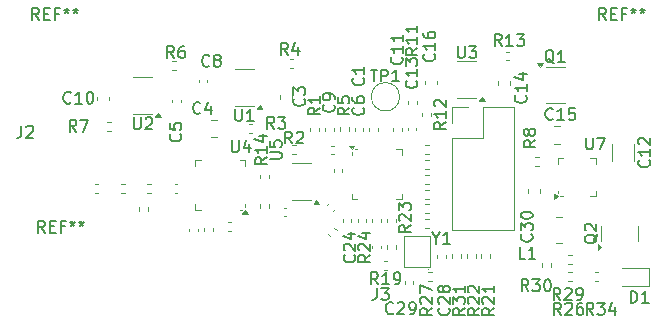
<source format=gbr>
%TF.GenerationSoftware,KiCad,Pcbnew,9.0.1-1.fc42*%
%TF.CreationDate,2025-04-12T13:57:24+02:00*%
%TF.ProjectId,ADF4158_PCB,41444634-3135-4385-9f50-43422e6b6963,rev?*%
%TF.SameCoordinates,Original*%
%TF.FileFunction,Legend,Top*%
%TF.FilePolarity,Positive*%
%FSLAX46Y46*%
G04 Gerber Fmt 4.6, Leading zero omitted, Abs format (unit mm)*
G04 Created by KiCad (PCBNEW 9.0.1-1.fc42) date 2025-04-12 13:57:24*
%MOMM*%
%LPD*%
G01*
G04 APERTURE LIST*
%ADD10C,0.150000*%
%ADD11C,0.120000*%
%ADD12C,0.100000*%
G04 APERTURE END LIST*
D10*
X172666666Y-87754819D02*
X172333333Y-87278628D01*
X172095238Y-87754819D02*
X172095238Y-86754819D01*
X172095238Y-86754819D02*
X172476190Y-86754819D01*
X172476190Y-86754819D02*
X172571428Y-86802438D01*
X172571428Y-86802438D02*
X172619047Y-86850057D01*
X172619047Y-86850057D02*
X172666666Y-86945295D01*
X172666666Y-86945295D02*
X172666666Y-87088152D01*
X172666666Y-87088152D02*
X172619047Y-87183390D01*
X172619047Y-87183390D02*
X172571428Y-87231009D01*
X172571428Y-87231009D02*
X172476190Y-87278628D01*
X172476190Y-87278628D02*
X172095238Y-87278628D01*
X173095238Y-87231009D02*
X173428571Y-87231009D01*
X173571428Y-87754819D02*
X173095238Y-87754819D01*
X173095238Y-87754819D02*
X173095238Y-86754819D01*
X173095238Y-86754819D02*
X173571428Y-86754819D01*
X174333333Y-87231009D02*
X174000000Y-87231009D01*
X174000000Y-87754819D02*
X174000000Y-86754819D01*
X174000000Y-86754819D02*
X174476190Y-86754819D01*
X175000000Y-86754819D02*
X175000000Y-86992914D01*
X174761905Y-86897676D02*
X175000000Y-86992914D01*
X175000000Y-86992914D02*
X175238095Y-86897676D01*
X174857143Y-87183390D02*
X175000000Y-86992914D01*
X175000000Y-86992914D02*
X175142857Y-87183390D01*
X175761905Y-86754819D02*
X175761905Y-86992914D01*
X175523810Y-86897676D02*
X175761905Y-86992914D01*
X175761905Y-86992914D02*
X176000000Y-86897676D01*
X175619048Y-87183390D02*
X175761905Y-86992914D01*
X175761905Y-86992914D02*
X175904762Y-87183390D01*
X124666666Y-87754819D02*
X124333333Y-87278628D01*
X124095238Y-87754819D02*
X124095238Y-86754819D01*
X124095238Y-86754819D02*
X124476190Y-86754819D01*
X124476190Y-86754819D02*
X124571428Y-86802438D01*
X124571428Y-86802438D02*
X124619047Y-86850057D01*
X124619047Y-86850057D02*
X124666666Y-86945295D01*
X124666666Y-86945295D02*
X124666666Y-87088152D01*
X124666666Y-87088152D02*
X124619047Y-87183390D01*
X124619047Y-87183390D02*
X124571428Y-87231009D01*
X124571428Y-87231009D02*
X124476190Y-87278628D01*
X124476190Y-87278628D02*
X124095238Y-87278628D01*
X125095238Y-87231009D02*
X125428571Y-87231009D01*
X125571428Y-87754819D02*
X125095238Y-87754819D01*
X125095238Y-87754819D02*
X125095238Y-86754819D01*
X125095238Y-86754819D02*
X125571428Y-86754819D01*
X126333333Y-87231009D02*
X126000000Y-87231009D01*
X126000000Y-87754819D02*
X126000000Y-86754819D01*
X126000000Y-86754819D02*
X126476190Y-86754819D01*
X127000000Y-86754819D02*
X127000000Y-86992914D01*
X126761905Y-86897676D02*
X127000000Y-86992914D01*
X127000000Y-86992914D02*
X127238095Y-86897676D01*
X126857143Y-87183390D02*
X127000000Y-86992914D01*
X127000000Y-86992914D02*
X127142857Y-87183390D01*
X127761905Y-86754819D02*
X127761905Y-86992914D01*
X127523810Y-86897676D02*
X127761905Y-86992914D01*
X127761905Y-86992914D02*
X128000000Y-86897676D01*
X127619048Y-87183390D02*
X127761905Y-86992914D01*
X127761905Y-86992914D02*
X127904762Y-87183390D01*
X125166666Y-105754819D02*
X124833333Y-105278628D01*
X124595238Y-105754819D02*
X124595238Y-104754819D01*
X124595238Y-104754819D02*
X124976190Y-104754819D01*
X124976190Y-104754819D02*
X125071428Y-104802438D01*
X125071428Y-104802438D02*
X125119047Y-104850057D01*
X125119047Y-104850057D02*
X125166666Y-104945295D01*
X125166666Y-104945295D02*
X125166666Y-105088152D01*
X125166666Y-105088152D02*
X125119047Y-105183390D01*
X125119047Y-105183390D02*
X125071428Y-105231009D01*
X125071428Y-105231009D02*
X124976190Y-105278628D01*
X124976190Y-105278628D02*
X124595238Y-105278628D01*
X125595238Y-105231009D02*
X125928571Y-105231009D01*
X126071428Y-105754819D02*
X125595238Y-105754819D01*
X125595238Y-105754819D02*
X125595238Y-104754819D01*
X125595238Y-104754819D02*
X126071428Y-104754819D01*
X126833333Y-105231009D02*
X126500000Y-105231009D01*
X126500000Y-105754819D02*
X126500000Y-104754819D01*
X126500000Y-104754819D02*
X126976190Y-104754819D01*
X127500000Y-104754819D02*
X127500000Y-104992914D01*
X127261905Y-104897676D02*
X127500000Y-104992914D01*
X127500000Y-104992914D02*
X127738095Y-104897676D01*
X127357143Y-105183390D02*
X127500000Y-104992914D01*
X127500000Y-104992914D02*
X127642857Y-105183390D01*
X128261905Y-104754819D02*
X128261905Y-104992914D01*
X128023810Y-104897676D02*
X128261905Y-104992914D01*
X128261905Y-104992914D02*
X128500000Y-104897676D01*
X128119048Y-105183390D02*
X128261905Y-104992914D01*
X128261905Y-104992914D02*
X128404762Y-105183390D01*
X140988095Y-97954819D02*
X140988095Y-98764342D01*
X140988095Y-98764342D02*
X141035714Y-98859580D01*
X141035714Y-98859580D02*
X141083333Y-98907200D01*
X141083333Y-98907200D02*
X141178571Y-98954819D01*
X141178571Y-98954819D02*
X141369047Y-98954819D01*
X141369047Y-98954819D02*
X141464285Y-98907200D01*
X141464285Y-98907200D02*
X141511904Y-98859580D01*
X141511904Y-98859580D02*
X141559523Y-98764342D01*
X141559523Y-98764342D02*
X141559523Y-97954819D01*
X142464285Y-98288152D02*
X142464285Y-98954819D01*
X142226190Y-97907200D02*
X141988095Y-98621485D01*
X141988095Y-98621485D02*
X142607142Y-98621485D01*
X153367142Y-110124819D02*
X153033809Y-109648628D01*
X152795714Y-110124819D02*
X152795714Y-109124819D01*
X152795714Y-109124819D02*
X153176666Y-109124819D01*
X153176666Y-109124819D02*
X153271904Y-109172438D01*
X153271904Y-109172438D02*
X153319523Y-109220057D01*
X153319523Y-109220057D02*
X153367142Y-109315295D01*
X153367142Y-109315295D02*
X153367142Y-109458152D01*
X153367142Y-109458152D02*
X153319523Y-109553390D01*
X153319523Y-109553390D02*
X153271904Y-109601009D01*
X153271904Y-109601009D02*
X153176666Y-109648628D01*
X153176666Y-109648628D02*
X152795714Y-109648628D01*
X154319523Y-110124819D02*
X153748095Y-110124819D01*
X154033809Y-110124819D02*
X154033809Y-109124819D01*
X154033809Y-109124819D02*
X153938571Y-109267676D01*
X153938571Y-109267676D02*
X153843333Y-109362914D01*
X153843333Y-109362914D02*
X153748095Y-109410533D01*
X154795714Y-110124819D02*
X154986190Y-110124819D01*
X154986190Y-110124819D02*
X155081428Y-110077200D01*
X155081428Y-110077200D02*
X155129047Y-110029580D01*
X155129047Y-110029580D02*
X155224285Y-109886723D01*
X155224285Y-109886723D02*
X155271904Y-109696247D01*
X155271904Y-109696247D02*
X155271904Y-109315295D01*
X155271904Y-109315295D02*
X155224285Y-109220057D01*
X155224285Y-109220057D02*
X155176666Y-109172438D01*
X155176666Y-109172438D02*
X155081428Y-109124819D01*
X155081428Y-109124819D02*
X154890952Y-109124819D01*
X154890952Y-109124819D02*
X154795714Y-109172438D01*
X154795714Y-109172438D02*
X154748095Y-109220057D01*
X154748095Y-109220057D02*
X154700476Y-109315295D01*
X154700476Y-109315295D02*
X154700476Y-109553390D01*
X154700476Y-109553390D02*
X154748095Y-109648628D01*
X154748095Y-109648628D02*
X154795714Y-109696247D01*
X154795714Y-109696247D02*
X154890952Y-109743866D01*
X154890952Y-109743866D02*
X155081428Y-109743866D01*
X155081428Y-109743866D02*
X155176666Y-109696247D01*
X155176666Y-109696247D02*
X155224285Y-109648628D01*
X155224285Y-109648628D02*
X155271904Y-109553390D01*
X149609580Y-94916666D02*
X149657200Y-94964285D01*
X149657200Y-94964285D02*
X149704819Y-95107142D01*
X149704819Y-95107142D02*
X149704819Y-95202380D01*
X149704819Y-95202380D02*
X149657200Y-95345237D01*
X149657200Y-95345237D02*
X149561961Y-95440475D01*
X149561961Y-95440475D02*
X149466723Y-95488094D01*
X149466723Y-95488094D02*
X149276247Y-95535713D01*
X149276247Y-95535713D02*
X149133390Y-95535713D01*
X149133390Y-95535713D02*
X148942914Y-95488094D01*
X148942914Y-95488094D02*
X148847676Y-95440475D01*
X148847676Y-95440475D02*
X148752438Y-95345237D01*
X148752438Y-95345237D02*
X148704819Y-95202380D01*
X148704819Y-95202380D02*
X148704819Y-95107142D01*
X148704819Y-95107142D02*
X148752438Y-94964285D01*
X148752438Y-94964285D02*
X148800057Y-94916666D01*
X149704819Y-94440475D02*
X149704819Y-94249999D01*
X149704819Y-94249999D02*
X149657200Y-94154761D01*
X149657200Y-94154761D02*
X149609580Y-94107142D01*
X149609580Y-94107142D02*
X149466723Y-94011904D01*
X149466723Y-94011904D02*
X149276247Y-93964285D01*
X149276247Y-93964285D02*
X148895295Y-93964285D01*
X148895295Y-93964285D02*
X148800057Y-94011904D01*
X148800057Y-94011904D02*
X148752438Y-94059523D01*
X148752438Y-94059523D02*
X148704819Y-94154761D01*
X148704819Y-94154761D02*
X148704819Y-94345237D01*
X148704819Y-94345237D02*
X148752438Y-94440475D01*
X148752438Y-94440475D02*
X148800057Y-94488094D01*
X148800057Y-94488094D02*
X148895295Y-94535713D01*
X148895295Y-94535713D02*
X149133390Y-94535713D01*
X149133390Y-94535713D02*
X149228628Y-94488094D01*
X149228628Y-94488094D02*
X149276247Y-94440475D01*
X149276247Y-94440475D02*
X149323866Y-94345237D01*
X149323866Y-94345237D02*
X149323866Y-94154761D01*
X149323866Y-94154761D02*
X149276247Y-94059523D01*
X149276247Y-94059523D02*
X149228628Y-94011904D01*
X149228628Y-94011904D02*
X149133390Y-93964285D01*
X158273809Y-106228628D02*
X158273809Y-106704819D01*
X157940476Y-105704819D02*
X158273809Y-106228628D01*
X158273809Y-106228628D02*
X158607142Y-105704819D01*
X159464285Y-106704819D02*
X158892857Y-106704819D01*
X159178571Y-106704819D02*
X159178571Y-105704819D01*
X159178571Y-105704819D02*
X159083333Y-105847676D01*
X159083333Y-105847676D02*
X158988095Y-105942914D01*
X158988095Y-105942914D02*
X158892857Y-105990533D01*
X139083333Y-91609580D02*
X139035714Y-91657200D01*
X139035714Y-91657200D02*
X138892857Y-91704819D01*
X138892857Y-91704819D02*
X138797619Y-91704819D01*
X138797619Y-91704819D02*
X138654762Y-91657200D01*
X138654762Y-91657200D02*
X138559524Y-91561961D01*
X138559524Y-91561961D02*
X138511905Y-91466723D01*
X138511905Y-91466723D02*
X138464286Y-91276247D01*
X138464286Y-91276247D02*
X138464286Y-91133390D01*
X138464286Y-91133390D02*
X138511905Y-90942914D01*
X138511905Y-90942914D02*
X138559524Y-90847676D01*
X138559524Y-90847676D02*
X138654762Y-90752438D01*
X138654762Y-90752438D02*
X138797619Y-90704819D01*
X138797619Y-90704819D02*
X138892857Y-90704819D01*
X138892857Y-90704819D02*
X139035714Y-90752438D01*
X139035714Y-90752438D02*
X139083333Y-90800057D01*
X139654762Y-91133390D02*
X139559524Y-91085771D01*
X139559524Y-91085771D02*
X139511905Y-91038152D01*
X139511905Y-91038152D02*
X139464286Y-90942914D01*
X139464286Y-90942914D02*
X139464286Y-90895295D01*
X139464286Y-90895295D02*
X139511905Y-90800057D01*
X139511905Y-90800057D02*
X139559524Y-90752438D01*
X139559524Y-90752438D02*
X139654762Y-90704819D01*
X139654762Y-90704819D02*
X139845238Y-90704819D01*
X139845238Y-90704819D02*
X139940476Y-90752438D01*
X139940476Y-90752438D02*
X139988095Y-90800057D01*
X139988095Y-90800057D02*
X140035714Y-90895295D01*
X140035714Y-90895295D02*
X140035714Y-90942914D01*
X140035714Y-90942914D02*
X139988095Y-91038152D01*
X139988095Y-91038152D02*
X139940476Y-91085771D01*
X139940476Y-91085771D02*
X139845238Y-91133390D01*
X139845238Y-91133390D02*
X139654762Y-91133390D01*
X139654762Y-91133390D02*
X139559524Y-91181009D01*
X139559524Y-91181009D02*
X139511905Y-91228628D01*
X139511905Y-91228628D02*
X139464286Y-91323866D01*
X139464286Y-91323866D02*
X139464286Y-91514342D01*
X139464286Y-91514342D02*
X139511905Y-91609580D01*
X139511905Y-91609580D02*
X139559524Y-91657200D01*
X139559524Y-91657200D02*
X139654762Y-91704819D01*
X139654762Y-91704819D02*
X139845238Y-91704819D01*
X139845238Y-91704819D02*
X139940476Y-91657200D01*
X139940476Y-91657200D02*
X139988095Y-91609580D01*
X139988095Y-91609580D02*
X140035714Y-91514342D01*
X140035714Y-91514342D02*
X140035714Y-91323866D01*
X140035714Y-91323866D02*
X139988095Y-91228628D01*
X139988095Y-91228628D02*
X139940476Y-91181009D01*
X139940476Y-91181009D02*
X139845238Y-91133390D01*
X163835783Y-89954819D02*
X163502450Y-89478628D01*
X163264355Y-89954819D02*
X163264355Y-88954819D01*
X163264355Y-88954819D02*
X163645307Y-88954819D01*
X163645307Y-88954819D02*
X163740545Y-89002438D01*
X163740545Y-89002438D02*
X163788164Y-89050057D01*
X163788164Y-89050057D02*
X163835783Y-89145295D01*
X163835783Y-89145295D02*
X163835783Y-89288152D01*
X163835783Y-89288152D02*
X163788164Y-89383390D01*
X163788164Y-89383390D02*
X163740545Y-89431009D01*
X163740545Y-89431009D02*
X163645307Y-89478628D01*
X163645307Y-89478628D02*
X163264355Y-89478628D01*
X164788164Y-89954819D02*
X164216736Y-89954819D01*
X164502450Y-89954819D02*
X164502450Y-88954819D01*
X164502450Y-88954819D02*
X164407212Y-89097676D01*
X164407212Y-89097676D02*
X164311974Y-89192914D01*
X164311974Y-89192914D02*
X164216736Y-89240533D01*
X165121498Y-88954819D02*
X165740545Y-88954819D01*
X165740545Y-88954819D02*
X165407212Y-89335771D01*
X165407212Y-89335771D02*
X165550069Y-89335771D01*
X165550069Y-89335771D02*
X165645307Y-89383390D01*
X165645307Y-89383390D02*
X165692926Y-89431009D01*
X165692926Y-89431009D02*
X165740545Y-89526247D01*
X165740545Y-89526247D02*
X165740545Y-89764342D01*
X165740545Y-89764342D02*
X165692926Y-89859580D01*
X165692926Y-89859580D02*
X165645307Y-89907200D01*
X165645307Y-89907200D02*
X165550069Y-89954819D01*
X165550069Y-89954819D02*
X165264355Y-89954819D01*
X165264355Y-89954819D02*
X165169117Y-89907200D01*
X165169117Y-89907200D02*
X165121498Y-89859580D01*
X144204819Y-99511904D02*
X145014342Y-99511904D01*
X145014342Y-99511904D02*
X145109580Y-99464285D01*
X145109580Y-99464285D02*
X145157200Y-99416666D01*
X145157200Y-99416666D02*
X145204819Y-99321428D01*
X145204819Y-99321428D02*
X145204819Y-99130952D01*
X145204819Y-99130952D02*
X145157200Y-99035714D01*
X145157200Y-99035714D02*
X145109580Y-98988095D01*
X145109580Y-98988095D02*
X145014342Y-98940476D01*
X145014342Y-98940476D02*
X144204819Y-98940476D01*
X144204819Y-97988095D02*
X144204819Y-98464285D01*
X144204819Y-98464285D02*
X144681009Y-98511904D01*
X144681009Y-98511904D02*
X144633390Y-98464285D01*
X144633390Y-98464285D02*
X144585771Y-98369047D01*
X144585771Y-98369047D02*
X144585771Y-98130952D01*
X144585771Y-98130952D02*
X144633390Y-98035714D01*
X144633390Y-98035714D02*
X144681009Y-97988095D01*
X144681009Y-97988095D02*
X144776247Y-97940476D01*
X144776247Y-97940476D02*
X145014342Y-97940476D01*
X145014342Y-97940476D02*
X145109580Y-97988095D01*
X145109580Y-97988095D02*
X145157200Y-98035714D01*
X145157200Y-98035714D02*
X145204819Y-98130952D01*
X145204819Y-98130952D02*
X145204819Y-98369047D01*
X145204819Y-98369047D02*
X145157200Y-98464285D01*
X145157200Y-98464285D02*
X145109580Y-98511904D01*
X152738095Y-91954819D02*
X153309523Y-91954819D01*
X153023809Y-92954819D02*
X153023809Y-91954819D01*
X153642857Y-92954819D02*
X153642857Y-91954819D01*
X153642857Y-91954819D02*
X154023809Y-91954819D01*
X154023809Y-91954819D02*
X154119047Y-92002438D01*
X154119047Y-92002438D02*
X154166666Y-92050057D01*
X154166666Y-92050057D02*
X154214285Y-92145295D01*
X154214285Y-92145295D02*
X154214285Y-92288152D01*
X154214285Y-92288152D02*
X154166666Y-92383390D01*
X154166666Y-92383390D02*
X154119047Y-92431009D01*
X154119047Y-92431009D02*
X154023809Y-92478628D01*
X154023809Y-92478628D02*
X153642857Y-92478628D01*
X155166666Y-92954819D02*
X154595238Y-92954819D01*
X154880952Y-92954819D02*
X154880952Y-91954819D01*
X154880952Y-91954819D02*
X154785714Y-92097676D01*
X154785714Y-92097676D02*
X154690476Y-92192914D01*
X154690476Y-92192914D02*
X154595238Y-92240533D01*
X136096974Y-90954819D02*
X135763641Y-90478628D01*
X135525546Y-90954819D02*
X135525546Y-89954819D01*
X135525546Y-89954819D02*
X135906498Y-89954819D01*
X135906498Y-89954819D02*
X136001736Y-90002438D01*
X136001736Y-90002438D02*
X136049355Y-90050057D01*
X136049355Y-90050057D02*
X136096974Y-90145295D01*
X136096974Y-90145295D02*
X136096974Y-90288152D01*
X136096974Y-90288152D02*
X136049355Y-90383390D01*
X136049355Y-90383390D02*
X136001736Y-90431009D01*
X136001736Y-90431009D02*
X135906498Y-90478628D01*
X135906498Y-90478628D02*
X135525546Y-90478628D01*
X136954117Y-89954819D02*
X136763641Y-89954819D01*
X136763641Y-89954819D02*
X136668403Y-90002438D01*
X136668403Y-90002438D02*
X136620784Y-90050057D01*
X136620784Y-90050057D02*
X136525546Y-90192914D01*
X136525546Y-90192914D02*
X136477927Y-90383390D01*
X136477927Y-90383390D02*
X136477927Y-90764342D01*
X136477927Y-90764342D02*
X136525546Y-90859580D01*
X136525546Y-90859580D02*
X136573165Y-90907200D01*
X136573165Y-90907200D02*
X136668403Y-90954819D01*
X136668403Y-90954819D02*
X136858879Y-90954819D01*
X136858879Y-90954819D02*
X136954117Y-90907200D01*
X136954117Y-90907200D02*
X137001736Y-90859580D01*
X137001736Y-90859580D02*
X137049355Y-90764342D01*
X137049355Y-90764342D02*
X137049355Y-90526247D01*
X137049355Y-90526247D02*
X137001736Y-90431009D01*
X137001736Y-90431009D02*
X136954117Y-90383390D01*
X136954117Y-90383390D02*
X136858879Y-90335771D01*
X136858879Y-90335771D02*
X136668403Y-90335771D01*
X136668403Y-90335771D02*
X136573165Y-90383390D01*
X136573165Y-90383390D02*
X136525546Y-90431009D01*
X136525546Y-90431009D02*
X136477927Y-90526247D01*
X168857142Y-112704819D02*
X168523809Y-112228628D01*
X168285714Y-112704819D02*
X168285714Y-111704819D01*
X168285714Y-111704819D02*
X168666666Y-111704819D01*
X168666666Y-111704819D02*
X168761904Y-111752438D01*
X168761904Y-111752438D02*
X168809523Y-111800057D01*
X168809523Y-111800057D02*
X168857142Y-111895295D01*
X168857142Y-111895295D02*
X168857142Y-112038152D01*
X168857142Y-112038152D02*
X168809523Y-112133390D01*
X168809523Y-112133390D02*
X168761904Y-112181009D01*
X168761904Y-112181009D02*
X168666666Y-112228628D01*
X168666666Y-112228628D02*
X168285714Y-112228628D01*
X169238095Y-111800057D02*
X169285714Y-111752438D01*
X169285714Y-111752438D02*
X169380952Y-111704819D01*
X169380952Y-111704819D02*
X169619047Y-111704819D01*
X169619047Y-111704819D02*
X169714285Y-111752438D01*
X169714285Y-111752438D02*
X169761904Y-111800057D01*
X169761904Y-111800057D02*
X169809523Y-111895295D01*
X169809523Y-111895295D02*
X169809523Y-111990533D01*
X169809523Y-111990533D02*
X169761904Y-112133390D01*
X169761904Y-112133390D02*
X169190476Y-112704819D01*
X169190476Y-112704819D02*
X169809523Y-112704819D01*
X170666666Y-111704819D02*
X170476190Y-111704819D01*
X170476190Y-111704819D02*
X170380952Y-111752438D01*
X170380952Y-111752438D02*
X170333333Y-111800057D01*
X170333333Y-111800057D02*
X170238095Y-111942914D01*
X170238095Y-111942914D02*
X170190476Y-112133390D01*
X170190476Y-112133390D02*
X170190476Y-112514342D01*
X170190476Y-112514342D02*
X170238095Y-112609580D01*
X170238095Y-112609580D02*
X170285714Y-112657200D01*
X170285714Y-112657200D02*
X170380952Y-112704819D01*
X170380952Y-112704819D02*
X170571428Y-112704819D01*
X170571428Y-112704819D02*
X170666666Y-112657200D01*
X170666666Y-112657200D02*
X170714285Y-112609580D01*
X170714285Y-112609580D02*
X170761904Y-112514342D01*
X170761904Y-112514342D02*
X170761904Y-112276247D01*
X170761904Y-112276247D02*
X170714285Y-112181009D01*
X170714285Y-112181009D02*
X170666666Y-112133390D01*
X170666666Y-112133390D02*
X170571428Y-112085771D01*
X170571428Y-112085771D02*
X170380952Y-112085771D01*
X170380952Y-112085771D02*
X170285714Y-112133390D01*
X170285714Y-112133390D02*
X170238095Y-112181009D01*
X170238095Y-112181009D02*
X170190476Y-112276247D01*
X165833333Y-107954819D02*
X165357143Y-107954819D01*
X165357143Y-107954819D02*
X165357143Y-106954819D01*
X166690476Y-107954819D02*
X166119048Y-107954819D01*
X166404762Y-107954819D02*
X166404762Y-106954819D01*
X166404762Y-106954819D02*
X166309524Y-107097676D01*
X166309524Y-107097676D02*
X166214286Y-107192914D01*
X166214286Y-107192914D02*
X166119048Y-107240533D01*
X159359580Y-112142857D02*
X159407200Y-112190476D01*
X159407200Y-112190476D02*
X159454819Y-112333333D01*
X159454819Y-112333333D02*
X159454819Y-112428571D01*
X159454819Y-112428571D02*
X159407200Y-112571428D01*
X159407200Y-112571428D02*
X159311961Y-112666666D01*
X159311961Y-112666666D02*
X159216723Y-112714285D01*
X159216723Y-112714285D02*
X159026247Y-112761904D01*
X159026247Y-112761904D02*
X158883390Y-112761904D01*
X158883390Y-112761904D02*
X158692914Y-112714285D01*
X158692914Y-112714285D02*
X158597676Y-112666666D01*
X158597676Y-112666666D02*
X158502438Y-112571428D01*
X158502438Y-112571428D02*
X158454819Y-112428571D01*
X158454819Y-112428571D02*
X158454819Y-112333333D01*
X158454819Y-112333333D02*
X158502438Y-112190476D01*
X158502438Y-112190476D02*
X158550057Y-112142857D01*
X158550057Y-111761904D02*
X158502438Y-111714285D01*
X158502438Y-111714285D02*
X158454819Y-111619047D01*
X158454819Y-111619047D02*
X158454819Y-111380952D01*
X158454819Y-111380952D02*
X158502438Y-111285714D01*
X158502438Y-111285714D02*
X158550057Y-111238095D01*
X158550057Y-111238095D02*
X158645295Y-111190476D01*
X158645295Y-111190476D02*
X158740533Y-111190476D01*
X158740533Y-111190476D02*
X158883390Y-111238095D01*
X158883390Y-111238095D02*
X159454819Y-111809523D01*
X159454819Y-111809523D02*
X159454819Y-111190476D01*
X158883390Y-110619047D02*
X158835771Y-110714285D01*
X158835771Y-110714285D02*
X158788152Y-110761904D01*
X158788152Y-110761904D02*
X158692914Y-110809523D01*
X158692914Y-110809523D02*
X158645295Y-110809523D01*
X158645295Y-110809523D02*
X158550057Y-110761904D01*
X158550057Y-110761904D02*
X158502438Y-110714285D01*
X158502438Y-110714285D02*
X158454819Y-110619047D01*
X158454819Y-110619047D02*
X158454819Y-110428571D01*
X158454819Y-110428571D02*
X158502438Y-110333333D01*
X158502438Y-110333333D02*
X158550057Y-110285714D01*
X158550057Y-110285714D02*
X158645295Y-110238095D01*
X158645295Y-110238095D02*
X158692914Y-110238095D01*
X158692914Y-110238095D02*
X158788152Y-110285714D01*
X158788152Y-110285714D02*
X158835771Y-110333333D01*
X158835771Y-110333333D02*
X158883390Y-110428571D01*
X158883390Y-110428571D02*
X158883390Y-110619047D01*
X158883390Y-110619047D02*
X158931009Y-110714285D01*
X158931009Y-110714285D02*
X158978628Y-110761904D01*
X158978628Y-110761904D02*
X159073866Y-110809523D01*
X159073866Y-110809523D02*
X159264342Y-110809523D01*
X159264342Y-110809523D02*
X159359580Y-110761904D01*
X159359580Y-110761904D02*
X159407200Y-110714285D01*
X159407200Y-110714285D02*
X159454819Y-110619047D01*
X159454819Y-110619047D02*
X159454819Y-110428571D01*
X159454819Y-110428571D02*
X159407200Y-110333333D01*
X159407200Y-110333333D02*
X159359580Y-110285714D01*
X159359580Y-110285714D02*
X159264342Y-110238095D01*
X159264342Y-110238095D02*
X159073866Y-110238095D01*
X159073866Y-110238095D02*
X158978628Y-110285714D01*
X158978628Y-110285714D02*
X158931009Y-110333333D01*
X158931009Y-110333333D02*
X158883390Y-110428571D01*
X153266666Y-110454819D02*
X153266666Y-111169104D01*
X153266666Y-111169104D02*
X153219047Y-111311961D01*
X153219047Y-111311961D02*
X153123809Y-111407200D01*
X153123809Y-111407200D02*
X152980952Y-111454819D01*
X152980952Y-111454819D02*
X152885714Y-111454819D01*
X153647619Y-110454819D02*
X154266666Y-110454819D01*
X154266666Y-110454819D02*
X153933333Y-110835771D01*
X153933333Y-110835771D02*
X154076190Y-110835771D01*
X154076190Y-110835771D02*
X154171428Y-110883390D01*
X154171428Y-110883390D02*
X154219047Y-110931009D01*
X154219047Y-110931009D02*
X154266666Y-111026247D01*
X154266666Y-111026247D02*
X154266666Y-111264342D01*
X154266666Y-111264342D02*
X154219047Y-111359580D01*
X154219047Y-111359580D02*
X154171428Y-111407200D01*
X154171428Y-111407200D02*
X154076190Y-111454819D01*
X154076190Y-111454819D02*
X153790476Y-111454819D01*
X153790476Y-111454819D02*
X153695238Y-111407200D01*
X153695238Y-111407200D02*
X153647619Y-111359580D01*
X159124819Y-96402857D02*
X158648628Y-96736190D01*
X159124819Y-96974285D02*
X158124819Y-96974285D01*
X158124819Y-96974285D02*
X158124819Y-96593333D01*
X158124819Y-96593333D02*
X158172438Y-96498095D01*
X158172438Y-96498095D02*
X158220057Y-96450476D01*
X158220057Y-96450476D02*
X158315295Y-96402857D01*
X158315295Y-96402857D02*
X158458152Y-96402857D01*
X158458152Y-96402857D02*
X158553390Y-96450476D01*
X158553390Y-96450476D02*
X158601009Y-96498095D01*
X158601009Y-96498095D02*
X158648628Y-96593333D01*
X158648628Y-96593333D02*
X158648628Y-96974285D01*
X159124819Y-95450476D02*
X159124819Y-96021904D01*
X159124819Y-95736190D02*
X158124819Y-95736190D01*
X158124819Y-95736190D02*
X158267676Y-95831428D01*
X158267676Y-95831428D02*
X158362914Y-95926666D01*
X158362914Y-95926666D02*
X158410533Y-96021904D01*
X158220057Y-95069523D02*
X158172438Y-95021904D01*
X158172438Y-95021904D02*
X158124819Y-94926666D01*
X158124819Y-94926666D02*
X158124819Y-94688571D01*
X158124819Y-94688571D02*
X158172438Y-94593333D01*
X158172438Y-94593333D02*
X158220057Y-94545714D01*
X158220057Y-94545714D02*
X158315295Y-94498095D01*
X158315295Y-94498095D02*
X158410533Y-94498095D01*
X158410533Y-94498095D02*
X158553390Y-94545714D01*
X158553390Y-94545714D02*
X159124819Y-95117142D01*
X159124819Y-95117142D02*
X159124819Y-94498095D01*
X145739692Y-90704819D02*
X145406359Y-90228628D01*
X145168264Y-90704819D02*
X145168264Y-89704819D01*
X145168264Y-89704819D02*
X145549216Y-89704819D01*
X145549216Y-89704819D02*
X145644454Y-89752438D01*
X145644454Y-89752438D02*
X145692073Y-89800057D01*
X145692073Y-89800057D02*
X145739692Y-89895295D01*
X145739692Y-89895295D02*
X145739692Y-90038152D01*
X145739692Y-90038152D02*
X145692073Y-90133390D01*
X145692073Y-90133390D02*
X145644454Y-90181009D01*
X145644454Y-90181009D02*
X145549216Y-90228628D01*
X145549216Y-90228628D02*
X145168264Y-90228628D01*
X146596835Y-90038152D02*
X146596835Y-90704819D01*
X146358740Y-89657200D02*
X146120645Y-90371485D01*
X146120645Y-90371485D02*
X146739692Y-90371485D01*
X166704819Y-97916666D02*
X166228628Y-98249999D01*
X166704819Y-98488094D02*
X165704819Y-98488094D01*
X165704819Y-98488094D02*
X165704819Y-98107142D01*
X165704819Y-98107142D02*
X165752438Y-98011904D01*
X165752438Y-98011904D02*
X165800057Y-97964285D01*
X165800057Y-97964285D02*
X165895295Y-97916666D01*
X165895295Y-97916666D02*
X166038152Y-97916666D01*
X166038152Y-97916666D02*
X166133390Y-97964285D01*
X166133390Y-97964285D02*
X166181009Y-98011904D01*
X166181009Y-98011904D02*
X166228628Y-98107142D01*
X166228628Y-98107142D02*
X166228628Y-98488094D01*
X166133390Y-97345237D02*
X166085771Y-97440475D01*
X166085771Y-97440475D02*
X166038152Y-97488094D01*
X166038152Y-97488094D02*
X165942914Y-97535713D01*
X165942914Y-97535713D02*
X165895295Y-97535713D01*
X165895295Y-97535713D02*
X165800057Y-97488094D01*
X165800057Y-97488094D02*
X165752438Y-97440475D01*
X165752438Y-97440475D02*
X165704819Y-97345237D01*
X165704819Y-97345237D02*
X165704819Y-97154761D01*
X165704819Y-97154761D02*
X165752438Y-97059523D01*
X165752438Y-97059523D02*
X165800057Y-97011904D01*
X165800057Y-97011904D02*
X165895295Y-96964285D01*
X165895295Y-96964285D02*
X165942914Y-96964285D01*
X165942914Y-96964285D02*
X166038152Y-97011904D01*
X166038152Y-97011904D02*
X166085771Y-97059523D01*
X166085771Y-97059523D02*
X166133390Y-97154761D01*
X166133390Y-97154761D02*
X166133390Y-97345237D01*
X166133390Y-97345237D02*
X166181009Y-97440475D01*
X166181009Y-97440475D02*
X166228628Y-97488094D01*
X166228628Y-97488094D02*
X166323866Y-97535713D01*
X166323866Y-97535713D02*
X166514342Y-97535713D01*
X166514342Y-97535713D02*
X166609580Y-97488094D01*
X166609580Y-97488094D02*
X166657200Y-97440475D01*
X166657200Y-97440475D02*
X166704819Y-97345237D01*
X166704819Y-97345237D02*
X166704819Y-97154761D01*
X166704819Y-97154761D02*
X166657200Y-97059523D01*
X166657200Y-97059523D02*
X166609580Y-97011904D01*
X166609580Y-97011904D02*
X166514342Y-96964285D01*
X166514342Y-96964285D02*
X166323866Y-96964285D01*
X166323866Y-96964285D02*
X166228628Y-97011904D01*
X166228628Y-97011904D02*
X166181009Y-97059523D01*
X166181009Y-97059523D02*
X166133390Y-97154761D01*
X157954819Y-112142857D02*
X157478628Y-112476190D01*
X157954819Y-112714285D02*
X156954819Y-112714285D01*
X156954819Y-112714285D02*
X156954819Y-112333333D01*
X156954819Y-112333333D02*
X157002438Y-112238095D01*
X157002438Y-112238095D02*
X157050057Y-112190476D01*
X157050057Y-112190476D02*
X157145295Y-112142857D01*
X157145295Y-112142857D02*
X157288152Y-112142857D01*
X157288152Y-112142857D02*
X157383390Y-112190476D01*
X157383390Y-112190476D02*
X157431009Y-112238095D01*
X157431009Y-112238095D02*
X157478628Y-112333333D01*
X157478628Y-112333333D02*
X157478628Y-112714285D01*
X157050057Y-111761904D02*
X157002438Y-111714285D01*
X157002438Y-111714285D02*
X156954819Y-111619047D01*
X156954819Y-111619047D02*
X156954819Y-111380952D01*
X156954819Y-111380952D02*
X157002438Y-111285714D01*
X157002438Y-111285714D02*
X157050057Y-111238095D01*
X157050057Y-111238095D02*
X157145295Y-111190476D01*
X157145295Y-111190476D02*
X157240533Y-111190476D01*
X157240533Y-111190476D02*
X157383390Y-111238095D01*
X157383390Y-111238095D02*
X157954819Y-111809523D01*
X157954819Y-111809523D02*
X157954819Y-111190476D01*
X156954819Y-110857142D02*
X156954819Y-110190476D01*
X156954819Y-110190476D02*
X157954819Y-110619047D01*
X160125595Y-89954819D02*
X160125595Y-90764342D01*
X160125595Y-90764342D02*
X160173214Y-90859580D01*
X160173214Y-90859580D02*
X160220833Y-90907200D01*
X160220833Y-90907200D02*
X160316071Y-90954819D01*
X160316071Y-90954819D02*
X160506547Y-90954819D01*
X160506547Y-90954819D02*
X160601785Y-90907200D01*
X160601785Y-90907200D02*
X160649404Y-90859580D01*
X160649404Y-90859580D02*
X160697023Y-90764342D01*
X160697023Y-90764342D02*
X160697023Y-89954819D01*
X161077976Y-89954819D02*
X161697023Y-89954819D01*
X161697023Y-89954819D02*
X161363690Y-90335771D01*
X161363690Y-90335771D02*
X161506547Y-90335771D01*
X161506547Y-90335771D02*
X161601785Y-90383390D01*
X161601785Y-90383390D02*
X161649404Y-90431009D01*
X161649404Y-90431009D02*
X161697023Y-90526247D01*
X161697023Y-90526247D02*
X161697023Y-90764342D01*
X161697023Y-90764342D02*
X161649404Y-90859580D01*
X161649404Y-90859580D02*
X161601785Y-90907200D01*
X161601785Y-90907200D02*
X161506547Y-90954819D01*
X161506547Y-90954819D02*
X161220833Y-90954819D01*
X161220833Y-90954819D02*
X161125595Y-90907200D01*
X161125595Y-90907200D02*
X161077976Y-90859580D01*
X154657142Y-112559580D02*
X154609523Y-112607200D01*
X154609523Y-112607200D02*
X154466666Y-112654819D01*
X154466666Y-112654819D02*
X154371428Y-112654819D01*
X154371428Y-112654819D02*
X154228571Y-112607200D01*
X154228571Y-112607200D02*
X154133333Y-112511961D01*
X154133333Y-112511961D02*
X154085714Y-112416723D01*
X154085714Y-112416723D02*
X154038095Y-112226247D01*
X154038095Y-112226247D02*
X154038095Y-112083390D01*
X154038095Y-112083390D02*
X154085714Y-111892914D01*
X154085714Y-111892914D02*
X154133333Y-111797676D01*
X154133333Y-111797676D02*
X154228571Y-111702438D01*
X154228571Y-111702438D02*
X154371428Y-111654819D01*
X154371428Y-111654819D02*
X154466666Y-111654819D01*
X154466666Y-111654819D02*
X154609523Y-111702438D01*
X154609523Y-111702438D02*
X154657142Y-111750057D01*
X155038095Y-111750057D02*
X155085714Y-111702438D01*
X155085714Y-111702438D02*
X155180952Y-111654819D01*
X155180952Y-111654819D02*
X155419047Y-111654819D01*
X155419047Y-111654819D02*
X155514285Y-111702438D01*
X155514285Y-111702438D02*
X155561904Y-111750057D01*
X155561904Y-111750057D02*
X155609523Y-111845295D01*
X155609523Y-111845295D02*
X155609523Y-111940533D01*
X155609523Y-111940533D02*
X155561904Y-112083390D01*
X155561904Y-112083390D02*
X154990476Y-112654819D01*
X154990476Y-112654819D02*
X155609523Y-112654819D01*
X156085714Y-112654819D02*
X156276190Y-112654819D01*
X156276190Y-112654819D02*
X156371428Y-112607200D01*
X156371428Y-112607200D02*
X156419047Y-112559580D01*
X156419047Y-112559580D02*
X156514285Y-112416723D01*
X156514285Y-112416723D02*
X156561904Y-112226247D01*
X156561904Y-112226247D02*
X156561904Y-111845295D01*
X156561904Y-111845295D02*
X156514285Y-111750057D01*
X156514285Y-111750057D02*
X156466666Y-111702438D01*
X156466666Y-111702438D02*
X156371428Y-111654819D01*
X156371428Y-111654819D02*
X156180952Y-111654819D01*
X156180952Y-111654819D02*
X156085714Y-111702438D01*
X156085714Y-111702438D02*
X156038095Y-111750057D01*
X156038095Y-111750057D02*
X155990476Y-111845295D01*
X155990476Y-111845295D02*
X155990476Y-112083390D01*
X155990476Y-112083390D02*
X156038095Y-112178628D01*
X156038095Y-112178628D02*
X156085714Y-112226247D01*
X156085714Y-112226247D02*
X156180952Y-112273866D01*
X156180952Y-112273866D02*
X156371428Y-112273866D01*
X156371428Y-112273866D02*
X156466666Y-112226247D01*
X156466666Y-112226247D02*
X156514285Y-112178628D01*
X156514285Y-112178628D02*
X156561904Y-112083390D01*
X156609580Y-92892857D02*
X156657200Y-92940476D01*
X156657200Y-92940476D02*
X156704819Y-93083333D01*
X156704819Y-93083333D02*
X156704819Y-93178571D01*
X156704819Y-93178571D02*
X156657200Y-93321428D01*
X156657200Y-93321428D02*
X156561961Y-93416666D01*
X156561961Y-93416666D02*
X156466723Y-93464285D01*
X156466723Y-93464285D02*
X156276247Y-93511904D01*
X156276247Y-93511904D02*
X156133390Y-93511904D01*
X156133390Y-93511904D02*
X155942914Y-93464285D01*
X155942914Y-93464285D02*
X155847676Y-93416666D01*
X155847676Y-93416666D02*
X155752438Y-93321428D01*
X155752438Y-93321428D02*
X155704819Y-93178571D01*
X155704819Y-93178571D02*
X155704819Y-93083333D01*
X155704819Y-93083333D02*
X155752438Y-92940476D01*
X155752438Y-92940476D02*
X155800057Y-92892857D01*
X156704819Y-91940476D02*
X156704819Y-92511904D01*
X156704819Y-92226190D02*
X155704819Y-92226190D01*
X155704819Y-92226190D02*
X155847676Y-92321428D01*
X155847676Y-92321428D02*
X155942914Y-92416666D01*
X155942914Y-92416666D02*
X155990533Y-92511904D01*
X155704819Y-91607142D02*
X155704819Y-90988095D01*
X155704819Y-90988095D02*
X156085771Y-91321428D01*
X156085771Y-91321428D02*
X156085771Y-91178571D01*
X156085771Y-91178571D02*
X156133390Y-91083333D01*
X156133390Y-91083333D02*
X156181009Y-91035714D01*
X156181009Y-91035714D02*
X156276247Y-90988095D01*
X156276247Y-90988095D02*
X156514342Y-90988095D01*
X156514342Y-90988095D02*
X156609580Y-91035714D01*
X156609580Y-91035714D02*
X156657200Y-91083333D01*
X156657200Y-91083333D02*
X156704819Y-91178571D01*
X156704819Y-91178571D02*
X156704819Y-91464285D01*
X156704819Y-91464285D02*
X156657200Y-91559523D01*
X156657200Y-91559523D02*
X156609580Y-91607142D01*
X148454819Y-95166666D02*
X147978628Y-95499999D01*
X148454819Y-95738094D02*
X147454819Y-95738094D01*
X147454819Y-95738094D02*
X147454819Y-95357142D01*
X147454819Y-95357142D02*
X147502438Y-95261904D01*
X147502438Y-95261904D02*
X147550057Y-95214285D01*
X147550057Y-95214285D02*
X147645295Y-95166666D01*
X147645295Y-95166666D02*
X147788152Y-95166666D01*
X147788152Y-95166666D02*
X147883390Y-95214285D01*
X147883390Y-95214285D02*
X147931009Y-95261904D01*
X147931009Y-95261904D02*
X147978628Y-95357142D01*
X147978628Y-95357142D02*
X147978628Y-95738094D01*
X148454819Y-94214285D02*
X148454819Y-94785713D01*
X148454819Y-94499999D02*
X147454819Y-94499999D01*
X147454819Y-94499999D02*
X147597676Y-94595237D01*
X147597676Y-94595237D02*
X147692914Y-94690475D01*
X147692914Y-94690475D02*
X147740533Y-94785713D01*
X168813501Y-111454819D02*
X168480168Y-110978628D01*
X168242073Y-111454819D02*
X168242073Y-110454819D01*
X168242073Y-110454819D02*
X168623025Y-110454819D01*
X168623025Y-110454819D02*
X168718263Y-110502438D01*
X168718263Y-110502438D02*
X168765882Y-110550057D01*
X168765882Y-110550057D02*
X168813501Y-110645295D01*
X168813501Y-110645295D02*
X168813501Y-110788152D01*
X168813501Y-110788152D02*
X168765882Y-110883390D01*
X168765882Y-110883390D02*
X168718263Y-110931009D01*
X168718263Y-110931009D02*
X168623025Y-110978628D01*
X168623025Y-110978628D02*
X168242073Y-110978628D01*
X169194454Y-110550057D02*
X169242073Y-110502438D01*
X169242073Y-110502438D02*
X169337311Y-110454819D01*
X169337311Y-110454819D02*
X169575406Y-110454819D01*
X169575406Y-110454819D02*
X169670644Y-110502438D01*
X169670644Y-110502438D02*
X169718263Y-110550057D01*
X169718263Y-110550057D02*
X169765882Y-110645295D01*
X169765882Y-110645295D02*
X169765882Y-110740533D01*
X169765882Y-110740533D02*
X169718263Y-110883390D01*
X169718263Y-110883390D02*
X169146835Y-111454819D01*
X169146835Y-111454819D02*
X169765882Y-111454819D01*
X170242073Y-111454819D02*
X170432549Y-111454819D01*
X170432549Y-111454819D02*
X170527787Y-111407200D01*
X170527787Y-111407200D02*
X170575406Y-111359580D01*
X170575406Y-111359580D02*
X170670644Y-111216723D01*
X170670644Y-111216723D02*
X170718263Y-111026247D01*
X170718263Y-111026247D02*
X170718263Y-110645295D01*
X170718263Y-110645295D02*
X170670644Y-110550057D01*
X170670644Y-110550057D02*
X170623025Y-110502438D01*
X170623025Y-110502438D02*
X170527787Y-110454819D01*
X170527787Y-110454819D02*
X170337311Y-110454819D01*
X170337311Y-110454819D02*
X170242073Y-110502438D01*
X170242073Y-110502438D02*
X170194454Y-110550057D01*
X170194454Y-110550057D02*
X170146835Y-110645295D01*
X170146835Y-110645295D02*
X170146835Y-110883390D01*
X170146835Y-110883390D02*
X170194454Y-110978628D01*
X170194454Y-110978628D02*
X170242073Y-111026247D01*
X170242073Y-111026247D02*
X170337311Y-111073866D01*
X170337311Y-111073866D02*
X170527787Y-111073866D01*
X170527787Y-111073866D02*
X170623025Y-111026247D01*
X170623025Y-111026247D02*
X170670644Y-110978628D01*
X170670644Y-110978628D02*
X170718263Y-110883390D01*
X141288095Y-95304819D02*
X141288095Y-96114342D01*
X141288095Y-96114342D02*
X141335714Y-96209580D01*
X141335714Y-96209580D02*
X141383333Y-96257200D01*
X141383333Y-96257200D02*
X141478571Y-96304819D01*
X141478571Y-96304819D02*
X141669047Y-96304819D01*
X141669047Y-96304819D02*
X141764285Y-96257200D01*
X141764285Y-96257200D02*
X141811904Y-96209580D01*
X141811904Y-96209580D02*
X141859523Y-96114342D01*
X141859523Y-96114342D02*
X141859523Y-95304819D01*
X142859523Y-96304819D02*
X142288095Y-96304819D01*
X142573809Y-96304819D02*
X142573809Y-95304819D01*
X142573809Y-95304819D02*
X142478571Y-95447676D01*
X142478571Y-95447676D02*
X142383333Y-95542914D01*
X142383333Y-95542914D02*
X142288095Y-95590533D01*
X176309580Y-99617857D02*
X176357200Y-99665476D01*
X176357200Y-99665476D02*
X176404819Y-99808333D01*
X176404819Y-99808333D02*
X176404819Y-99903571D01*
X176404819Y-99903571D02*
X176357200Y-100046428D01*
X176357200Y-100046428D02*
X176261961Y-100141666D01*
X176261961Y-100141666D02*
X176166723Y-100189285D01*
X176166723Y-100189285D02*
X175976247Y-100236904D01*
X175976247Y-100236904D02*
X175833390Y-100236904D01*
X175833390Y-100236904D02*
X175642914Y-100189285D01*
X175642914Y-100189285D02*
X175547676Y-100141666D01*
X175547676Y-100141666D02*
X175452438Y-100046428D01*
X175452438Y-100046428D02*
X175404819Y-99903571D01*
X175404819Y-99903571D02*
X175404819Y-99808333D01*
X175404819Y-99808333D02*
X175452438Y-99665476D01*
X175452438Y-99665476D02*
X175500057Y-99617857D01*
X176404819Y-98665476D02*
X176404819Y-99236904D01*
X176404819Y-98951190D02*
X175404819Y-98951190D01*
X175404819Y-98951190D02*
X175547676Y-99046428D01*
X175547676Y-99046428D02*
X175642914Y-99141666D01*
X175642914Y-99141666D02*
X175690533Y-99236904D01*
X175500057Y-98284523D02*
X175452438Y-98236904D01*
X175452438Y-98236904D02*
X175404819Y-98141666D01*
X175404819Y-98141666D02*
X175404819Y-97903571D01*
X175404819Y-97903571D02*
X175452438Y-97808333D01*
X175452438Y-97808333D02*
X175500057Y-97760714D01*
X175500057Y-97760714D02*
X175595295Y-97713095D01*
X175595295Y-97713095D02*
X175690533Y-97713095D01*
X175690533Y-97713095D02*
X175833390Y-97760714D01*
X175833390Y-97760714D02*
X176404819Y-98332142D01*
X176404819Y-98332142D02*
X176404819Y-97713095D01*
X152704819Y-107632857D02*
X152228628Y-107966190D01*
X152704819Y-108204285D02*
X151704819Y-108204285D01*
X151704819Y-108204285D02*
X151704819Y-107823333D01*
X151704819Y-107823333D02*
X151752438Y-107728095D01*
X151752438Y-107728095D02*
X151800057Y-107680476D01*
X151800057Y-107680476D02*
X151895295Y-107632857D01*
X151895295Y-107632857D02*
X152038152Y-107632857D01*
X152038152Y-107632857D02*
X152133390Y-107680476D01*
X152133390Y-107680476D02*
X152181009Y-107728095D01*
X152181009Y-107728095D02*
X152228628Y-107823333D01*
X152228628Y-107823333D02*
X152228628Y-108204285D01*
X151800057Y-107251904D02*
X151752438Y-107204285D01*
X151752438Y-107204285D02*
X151704819Y-107109047D01*
X151704819Y-107109047D02*
X151704819Y-106870952D01*
X151704819Y-106870952D02*
X151752438Y-106775714D01*
X151752438Y-106775714D02*
X151800057Y-106728095D01*
X151800057Y-106728095D02*
X151895295Y-106680476D01*
X151895295Y-106680476D02*
X151990533Y-106680476D01*
X151990533Y-106680476D02*
X152133390Y-106728095D01*
X152133390Y-106728095D02*
X152704819Y-107299523D01*
X152704819Y-107299523D02*
X152704819Y-106680476D01*
X152038152Y-105823333D02*
X152704819Y-105823333D01*
X151657200Y-106061428D02*
X152371485Y-106299523D01*
X152371485Y-106299523D02*
X152371485Y-105680476D01*
X166107142Y-110704819D02*
X165773809Y-110228628D01*
X165535714Y-110704819D02*
X165535714Y-109704819D01*
X165535714Y-109704819D02*
X165916666Y-109704819D01*
X165916666Y-109704819D02*
X166011904Y-109752438D01*
X166011904Y-109752438D02*
X166059523Y-109800057D01*
X166059523Y-109800057D02*
X166107142Y-109895295D01*
X166107142Y-109895295D02*
X166107142Y-110038152D01*
X166107142Y-110038152D02*
X166059523Y-110133390D01*
X166059523Y-110133390D02*
X166011904Y-110181009D01*
X166011904Y-110181009D02*
X165916666Y-110228628D01*
X165916666Y-110228628D02*
X165535714Y-110228628D01*
X166440476Y-109704819D02*
X167059523Y-109704819D01*
X167059523Y-109704819D02*
X166726190Y-110085771D01*
X166726190Y-110085771D02*
X166869047Y-110085771D01*
X166869047Y-110085771D02*
X166964285Y-110133390D01*
X166964285Y-110133390D02*
X167011904Y-110181009D01*
X167011904Y-110181009D02*
X167059523Y-110276247D01*
X167059523Y-110276247D02*
X167059523Y-110514342D01*
X167059523Y-110514342D02*
X167011904Y-110609580D01*
X167011904Y-110609580D02*
X166964285Y-110657200D01*
X166964285Y-110657200D02*
X166869047Y-110704819D01*
X166869047Y-110704819D02*
X166583333Y-110704819D01*
X166583333Y-110704819D02*
X166488095Y-110657200D01*
X166488095Y-110657200D02*
X166440476Y-110609580D01*
X167678571Y-109704819D02*
X167773809Y-109704819D01*
X167773809Y-109704819D02*
X167869047Y-109752438D01*
X167869047Y-109752438D02*
X167916666Y-109800057D01*
X167916666Y-109800057D02*
X167964285Y-109895295D01*
X167964285Y-109895295D02*
X168011904Y-110085771D01*
X168011904Y-110085771D02*
X168011904Y-110323866D01*
X168011904Y-110323866D02*
X167964285Y-110514342D01*
X167964285Y-110514342D02*
X167916666Y-110609580D01*
X167916666Y-110609580D02*
X167869047Y-110657200D01*
X167869047Y-110657200D02*
X167773809Y-110704819D01*
X167773809Y-110704819D02*
X167678571Y-110704819D01*
X167678571Y-110704819D02*
X167583333Y-110657200D01*
X167583333Y-110657200D02*
X167535714Y-110609580D01*
X167535714Y-110609580D02*
X167488095Y-110514342D01*
X167488095Y-110514342D02*
X167440476Y-110323866D01*
X167440476Y-110323866D02*
X167440476Y-110085771D01*
X167440476Y-110085771D02*
X167488095Y-109895295D01*
X167488095Y-109895295D02*
X167535714Y-109800057D01*
X167535714Y-109800057D02*
X167583333Y-109752438D01*
X167583333Y-109752438D02*
X167678571Y-109704819D01*
X160704819Y-112142857D02*
X160228628Y-112476190D01*
X160704819Y-112714285D02*
X159704819Y-112714285D01*
X159704819Y-112714285D02*
X159704819Y-112333333D01*
X159704819Y-112333333D02*
X159752438Y-112238095D01*
X159752438Y-112238095D02*
X159800057Y-112190476D01*
X159800057Y-112190476D02*
X159895295Y-112142857D01*
X159895295Y-112142857D02*
X160038152Y-112142857D01*
X160038152Y-112142857D02*
X160133390Y-112190476D01*
X160133390Y-112190476D02*
X160181009Y-112238095D01*
X160181009Y-112238095D02*
X160228628Y-112333333D01*
X160228628Y-112333333D02*
X160228628Y-112714285D01*
X159704819Y-111809523D02*
X159704819Y-111190476D01*
X159704819Y-111190476D02*
X160085771Y-111523809D01*
X160085771Y-111523809D02*
X160085771Y-111380952D01*
X160085771Y-111380952D02*
X160133390Y-111285714D01*
X160133390Y-111285714D02*
X160181009Y-111238095D01*
X160181009Y-111238095D02*
X160276247Y-111190476D01*
X160276247Y-111190476D02*
X160514342Y-111190476D01*
X160514342Y-111190476D02*
X160609580Y-111238095D01*
X160609580Y-111238095D02*
X160657200Y-111285714D01*
X160657200Y-111285714D02*
X160704819Y-111380952D01*
X160704819Y-111380952D02*
X160704819Y-111666666D01*
X160704819Y-111666666D02*
X160657200Y-111761904D01*
X160657200Y-111761904D02*
X160609580Y-111809523D01*
X160704819Y-110238095D02*
X160704819Y-110809523D01*
X160704819Y-110523809D02*
X159704819Y-110523809D01*
X159704819Y-110523809D02*
X159847676Y-110619047D01*
X159847676Y-110619047D02*
X159942914Y-110714285D01*
X159942914Y-110714285D02*
X159990533Y-110809523D01*
X132700595Y-96004819D02*
X132700595Y-96814342D01*
X132700595Y-96814342D02*
X132748214Y-96909580D01*
X132748214Y-96909580D02*
X132795833Y-96957200D01*
X132795833Y-96957200D02*
X132891071Y-97004819D01*
X132891071Y-97004819D02*
X133081547Y-97004819D01*
X133081547Y-97004819D02*
X133176785Y-96957200D01*
X133176785Y-96957200D02*
X133224404Y-96909580D01*
X133224404Y-96909580D02*
X133272023Y-96814342D01*
X133272023Y-96814342D02*
X133272023Y-96004819D01*
X133700595Y-96100057D02*
X133748214Y-96052438D01*
X133748214Y-96052438D02*
X133843452Y-96004819D01*
X133843452Y-96004819D02*
X134081547Y-96004819D01*
X134081547Y-96004819D02*
X134176785Y-96052438D01*
X134176785Y-96052438D02*
X134224404Y-96100057D01*
X134224404Y-96100057D02*
X134272023Y-96195295D01*
X134272023Y-96195295D02*
X134272023Y-96290533D01*
X134272023Y-96290533D02*
X134224404Y-96433390D01*
X134224404Y-96433390D02*
X133652976Y-97004819D01*
X133652976Y-97004819D02*
X134272023Y-97004819D01*
X174761905Y-111704819D02*
X174761905Y-110704819D01*
X174761905Y-110704819D02*
X175000000Y-110704819D01*
X175000000Y-110704819D02*
X175142857Y-110752438D01*
X175142857Y-110752438D02*
X175238095Y-110847676D01*
X175238095Y-110847676D02*
X175285714Y-110942914D01*
X175285714Y-110942914D02*
X175333333Y-111133390D01*
X175333333Y-111133390D02*
X175333333Y-111276247D01*
X175333333Y-111276247D02*
X175285714Y-111466723D01*
X175285714Y-111466723D02*
X175238095Y-111561961D01*
X175238095Y-111561961D02*
X175142857Y-111657200D01*
X175142857Y-111657200D02*
X175000000Y-111704819D01*
X175000000Y-111704819D02*
X174761905Y-111704819D01*
X176285714Y-111704819D02*
X175714286Y-111704819D01*
X176000000Y-111704819D02*
X176000000Y-110704819D01*
X176000000Y-110704819D02*
X175904762Y-110847676D01*
X175904762Y-110847676D02*
X175809524Y-110942914D01*
X175809524Y-110942914D02*
X175714286Y-110990533D01*
X168267261Y-91400057D02*
X168172023Y-91352438D01*
X168172023Y-91352438D02*
X168076785Y-91257200D01*
X168076785Y-91257200D02*
X167933928Y-91114342D01*
X167933928Y-91114342D02*
X167838690Y-91066723D01*
X167838690Y-91066723D02*
X167743452Y-91066723D01*
X167791071Y-91304819D02*
X167695833Y-91257200D01*
X167695833Y-91257200D02*
X167600595Y-91161961D01*
X167600595Y-91161961D02*
X167552976Y-90971485D01*
X167552976Y-90971485D02*
X167552976Y-90638152D01*
X167552976Y-90638152D02*
X167600595Y-90447676D01*
X167600595Y-90447676D02*
X167695833Y-90352438D01*
X167695833Y-90352438D02*
X167791071Y-90304819D01*
X167791071Y-90304819D02*
X167981547Y-90304819D01*
X167981547Y-90304819D02*
X168076785Y-90352438D01*
X168076785Y-90352438D02*
X168172023Y-90447676D01*
X168172023Y-90447676D02*
X168219642Y-90638152D01*
X168219642Y-90638152D02*
X168219642Y-90971485D01*
X168219642Y-90971485D02*
X168172023Y-91161961D01*
X168172023Y-91161961D02*
X168076785Y-91257200D01*
X168076785Y-91257200D02*
X167981547Y-91304819D01*
X167981547Y-91304819D02*
X167791071Y-91304819D01*
X169172023Y-91304819D02*
X168600595Y-91304819D01*
X168886309Y-91304819D02*
X168886309Y-90304819D01*
X168886309Y-90304819D02*
X168791071Y-90447676D01*
X168791071Y-90447676D02*
X168695833Y-90542914D01*
X168695833Y-90542914D02*
X168600595Y-90590533D01*
X171950057Y-105907738D02*
X171902438Y-106002976D01*
X171902438Y-106002976D02*
X171807200Y-106098214D01*
X171807200Y-106098214D02*
X171664342Y-106241071D01*
X171664342Y-106241071D02*
X171616723Y-106336309D01*
X171616723Y-106336309D02*
X171616723Y-106431547D01*
X171854819Y-106383928D02*
X171807200Y-106479166D01*
X171807200Y-106479166D02*
X171711961Y-106574404D01*
X171711961Y-106574404D02*
X171521485Y-106622023D01*
X171521485Y-106622023D02*
X171188152Y-106622023D01*
X171188152Y-106622023D02*
X170997676Y-106574404D01*
X170997676Y-106574404D02*
X170902438Y-106479166D01*
X170902438Y-106479166D02*
X170854819Y-106383928D01*
X170854819Y-106383928D02*
X170854819Y-106193452D01*
X170854819Y-106193452D02*
X170902438Y-106098214D01*
X170902438Y-106098214D02*
X170997676Y-106002976D01*
X170997676Y-106002976D02*
X171188152Y-105955357D01*
X171188152Y-105955357D02*
X171521485Y-105955357D01*
X171521485Y-105955357D02*
X171711961Y-106002976D01*
X171711961Y-106002976D02*
X171807200Y-106098214D01*
X171807200Y-106098214D02*
X171854819Y-106193452D01*
X171854819Y-106193452D02*
X171854819Y-106383928D01*
X170950057Y-105574404D02*
X170902438Y-105526785D01*
X170902438Y-105526785D02*
X170854819Y-105431547D01*
X170854819Y-105431547D02*
X170854819Y-105193452D01*
X170854819Y-105193452D02*
X170902438Y-105098214D01*
X170902438Y-105098214D02*
X170950057Y-105050595D01*
X170950057Y-105050595D02*
X171045295Y-105002976D01*
X171045295Y-105002976D02*
X171140533Y-105002976D01*
X171140533Y-105002976D02*
X171283390Y-105050595D01*
X171283390Y-105050595D02*
X171854819Y-105622023D01*
X171854819Y-105622023D02*
X171854819Y-105002976D01*
X170988095Y-97704819D02*
X170988095Y-98514342D01*
X170988095Y-98514342D02*
X171035714Y-98609580D01*
X171035714Y-98609580D02*
X171083333Y-98657200D01*
X171083333Y-98657200D02*
X171178571Y-98704819D01*
X171178571Y-98704819D02*
X171369047Y-98704819D01*
X171369047Y-98704819D02*
X171464285Y-98657200D01*
X171464285Y-98657200D02*
X171511904Y-98609580D01*
X171511904Y-98609580D02*
X171559523Y-98514342D01*
X171559523Y-98514342D02*
X171559523Y-97704819D01*
X171940476Y-97704819D02*
X172607142Y-97704819D01*
X172607142Y-97704819D02*
X172178571Y-98704819D01*
X155359580Y-90892857D02*
X155407200Y-90940476D01*
X155407200Y-90940476D02*
X155454819Y-91083333D01*
X155454819Y-91083333D02*
X155454819Y-91178571D01*
X155454819Y-91178571D02*
X155407200Y-91321428D01*
X155407200Y-91321428D02*
X155311961Y-91416666D01*
X155311961Y-91416666D02*
X155216723Y-91464285D01*
X155216723Y-91464285D02*
X155026247Y-91511904D01*
X155026247Y-91511904D02*
X154883390Y-91511904D01*
X154883390Y-91511904D02*
X154692914Y-91464285D01*
X154692914Y-91464285D02*
X154597676Y-91416666D01*
X154597676Y-91416666D02*
X154502438Y-91321428D01*
X154502438Y-91321428D02*
X154454819Y-91178571D01*
X154454819Y-91178571D02*
X154454819Y-91083333D01*
X154454819Y-91083333D02*
X154502438Y-90940476D01*
X154502438Y-90940476D02*
X154550057Y-90892857D01*
X155454819Y-89940476D02*
X155454819Y-90511904D01*
X155454819Y-90226190D02*
X154454819Y-90226190D01*
X154454819Y-90226190D02*
X154597676Y-90321428D01*
X154597676Y-90321428D02*
X154692914Y-90416666D01*
X154692914Y-90416666D02*
X154740533Y-90511904D01*
X155454819Y-88988095D02*
X155454819Y-89559523D01*
X155454819Y-89273809D02*
X154454819Y-89273809D01*
X154454819Y-89273809D02*
X154597676Y-89369047D01*
X154597676Y-89369047D02*
X154692914Y-89464285D01*
X154692914Y-89464285D02*
X154740533Y-89559523D01*
X123166666Y-96704819D02*
X123166666Y-97419104D01*
X123166666Y-97419104D02*
X123119047Y-97561961D01*
X123119047Y-97561961D02*
X123023809Y-97657200D01*
X123023809Y-97657200D02*
X122880952Y-97704819D01*
X122880952Y-97704819D02*
X122785714Y-97704819D01*
X123595238Y-96800057D02*
X123642857Y-96752438D01*
X123642857Y-96752438D02*
X123738095Y-96704819D01*
X123738095Y-96704819D02*
X123976190Y-96704819D01*
X123976190Y-96704819D02*
X124071428Y-96752438D01*
X124071428Y-96752438D02*
X124119047Y-96800057D01*
X124119047Y-96800057D02*
X124166666Y-96895295D01*
X124166666Y-96895295D02*
X124166666Y-96990533D01*
X124166666Y-96990533D02*
X124119047Y-97133390D01*
X124119047Y-97133390D02*
X123547619Y-97704819D01*
X123547619Y-97704819D02*
X124166666Y-97704819D01*
X156704819Y-90142857D02*
X156228628Y-90476190D01*
X156704819Y-90714285D02*
X155704819Y-90714285D01*
X155704819Y-90714285D02*
X155704819Y-90333333D01*
X155704819Y-90333333D02*
X155752438Y-90238095D01*
X155752438Y-90238095D02*
X155800057Y-90190476D01*
X155800057Y-90190476D02*
X155895295Y-90142857D01*
X155895295Y-90142857D02*
X156038152Y-90142857D01*
X156038152Y-90142857D02*
X156133390Y-90190476D01*
X156133390Y-90190476D02*
X156181009Y-90238095D01*
X156181009Y-90238095D02*
X156228628Y-90333333D01*
X156228628Y-90333333D02*
X156228628Y-90714285D01*
X156704819Y-89190476D02*
X156704819Y-89761904D01*
X156704819Y-89476190D02*
X155704819Y-89476190D01*
X155704819Y-89476190D02*
X155847676Y-89571428D01*
X155847676Y-89571428D02*
X155942914Y-89666666D01*
X155942914Y-89666666D02*
X155990533Y-89761904D01*
X156704819Y-88238095D02*
X156704819Y-88809523D01*
X156704819Y-88523809D02*
X155704819Y-88523809D01*
X155704819Y-88523809D02*
X155847676Y-88619047D01*
X155847676Y-88619047D02*
X155942914Y-88714285D01*
X155942914Y-88714285D02*
X155990533Y-88809523D01*
X146093333Y-98204819D02*
X145760000Y-97728628D01*
X145521905Y-98204819D02*
X145521905Y-97204819D01*
X145521905Y-97204819D02*
X145902857Y-97204819D01*
X145902857Y-97204819D02*
X145998095Y-97252438D01*
X145998095Y-97252438D02*
X146045714Y-97300057D01*
X146045714Y-97300057D02*
X146093333Y-97395295D01*
X146093333Y-97395295D02*
X146093333Y-97538152D01*
X146093333Y-97538152D02*
X146045714Y-97633390D01*
X146045714Y-97633390D02*
X145998095Y-97681009D01*
X145998095Y-97681009D02*
X145902857Y-97728628D01*
X145902857Y-97728628D02*
X145521905Y-97728628D01*
X146474286Y-97300057D02*
X146521905Y-97252438D01*
X146521905Y-97252438D02*
X146617143Y-97204819D01*
X146617143Y-97204819D02*
X146855238Y-97204819D01*
X146855238Y-97204819D02*
X146950476Y-97252438D01*
X146950476Y-97252438D02*
X146998095Y-97300057D01*
X146998095Y-97300057D02*
X147045714Y-97395295D01*
X147045714Y-97395295D02*
X147045714Y-97490533D01*
X147045714Y-97490533D02*
X146998095Y-97633390D01*
X146998095Y-97633390D02*
X146426667Y-98204819D01*
X146426667Y-98204819D02*
X147045714Y-98204819D01*
X144583333Y-96954819D02*
X144250000Y-96478628D01*
X144011905Y-96954819D02*
X144011905Y-95954819D01*
X144011905Y-95954819D02*
X144392857Y-95954819D01*
X144392857Y-95954819D02*
X144488095Y-96002438D01*
X144488095Y-96002438D02*
X144535714Y-96050057D01*
X144535714Y-96050057D02*
X144583333Y-96145295D01*
X144583333Y-96145295D02*
X144583333Y-96288152D01*
X144583333Y-96288152D02*
X144535714Y-96383390D01*
X144535714Y-96383390D02*
X144488095Y-96431009D01*
X144488095Y-96431009D02*
X144392857Y-96478628D01*
X144392857Y-96478628D02*
X144011905Y-96478628D01*
X144916667Y-95954819D02*
X145535714Y-95954819D01*
X145535714Y-95954819D02*
X145202381Y-96335771D01*
X145202381Y-96335771D02*
X145345238Y-96335771D01*
X145345238Y-96335771D02*
X145440476Y-96383390D01*
X145440476Y-96383390D02*
X145488095Y-96431009D01*
X145488095Y-96431009D02*
X145535714Y-96526247D01*
X145535714Y-96526247D02*
X145535714Y-96764342D01*
X145535714Y-96764342D02*
X145488095Y-96859580D01*
X145488095Y-96859580D02*
X145440476Y-96907200D01*
X145440476Y-96907200D02*
X145345238Y-96954819D01*
X145345238Y-96954819D02*
X145059524Y-96954819D01*
X145059524Y-96954819D02*
X144964286Y-96907200D01*
X144964286Y-96907200D02*
X144916667Y-96859580D01*
X143954819Y-99392857D02*
X143478628Y-99726190D01*
X143954819Y-99964285D02*
X142954819Y-99964285D01*
X142954819Y-99964285D02*
X142954819Y-99583333D01*
X142954819Y-99583333D02*
X143002438Y-99488095D01*
X143002438Y-99488095D02*
X143050057Y-99440476D01*
X143050057Y-99440476D02*
X143145295Y-99392857D01*
X143145295Y-99392857D02*
X143288152Y-99392857D01*
X143288152Y-99392857D02*
X143383390Y-99440476D01*
X143383390Y-99440476D02*
X143431009Y-99488095D01*
X143431009Y-99488095D02*
X143478628Y-99583333D01*
X143478628Y-99583333D02*
X143478628Y-99964285D01*
X143954819Y-98440476D02*
X143954819Y-99011904D01*
X143954819Y-98726190D02*
X142954819Y-98726190D01*
X142954819Y-98726190D02*
X143097676Y-98821428D01*
X143097676Y-98821428D02*
X143192914Y-98916666D01*
X143192914Y-98916666D02*
X143240533Y-99011904D01*
X143288152Y-97583333D02*
X143954819Y-97583333D01*
X142907200Y-97821428D02*
X143621485Y-98059523D01*
X143621485Y-98059523D02*
X143621485Y-97440476D01*
X147109580Y-94416666D02*
X147157200Y-94464285D01*
X147157200Y-94464285D02*
X147204819Y-94607142D01*
X147204819Y-94607142D02*
X147204819Y-94702380D01*
X147204819Y-94702380D02*
X147157200Y-94845237D01*
X147157200Y-94845237D02*
X147061961Y-94940475D01*
X147061961Y-94940475D02*
X146966723Y-94988094D01*
X146966723Y-94988094D02*
X146776247Y-95035713D01*
X146776247Y-95035713D02*
X146633390Y-95035713D01*
X146633390Y-95035713D02*
X146442914Y-94988094D01*
X146442914Y-94988094D02*
X146347676Y-94940475D01*
X146347676Y-94940475D02*
X146252438Y-94845237D01*
X146252438Y-94845237D02*
X146204819Y-94702380D01*
X146204819Y-94702380D02*
X146204819Y-94607142D01*
X146204819Y-94607142D02*
X146252438Y-94464285D01*
X146252438Y-94464285D02*
X146300057Y-94416666D01*
X146204819Y-94083332D02*
X146204819Y-93464285D01*
X146204819Y-93464285D02*
X146585771Y-93797618D01*
X146585771Y-93797618D02*
X146585771Y-93654761D01*
X146585771Y-93654761D02*
X146633390Y-93559523D01*
X146633390Y-93559523D02*
X146681009Y-93511904D01*
X146681009Y-93511904D02*
X146776247Y-93464285D01*
X146776247Y-93464285D02*
X147014342Y-93464285D01*
X147014342Y-93464285D02*
X147109580Y-93511904D01*
X147109580Y-93511904D02*
X147157200Y-93559523D01*
X147157200Y-93559523D02*
X147204819Y-93654761D01*
X147204819Y-93654761D02*
X147204819Y-93940475D01*
X147204819Y-93940475D02*
X147157200Y-94035713D01*
X147157200Y-94035713D02*
X147109580Y-94083332D01*
X138333333Y-95609580D02*
X138285714Y-95657200D01*
X138285714Y-95657200D02*
X138142857Y-95704819D01*
X138142857Y-95704819D02*
X138047619Y-95704819D01*
X138047619Y-95704819D02*
X137904762Y-95657200D01*
X137904762Y-95657200D02*
X137809524Y-95561961D01*
X137809524Y-95561961D02*
X137761905Y-95466723D01*
X137761905Y-95466723D02*
X137714286Y-95276247D01*
X137714286Y-95276247D02*
X137714286Y-95133390D01*
X137714286Y-95133390D02*
X137761905Y-94942914D01*
X137761905Y-94942914D02*
X137809524Y-94847676D01*
X137809524Y-94847676D02*
X137904762Y-94752438D01*
X137904762Y-94752438D02*
X138047619Y-94704819D01*
X138047619Y-94704819D02*
X138142857Y-94704819D01*
X138142857Y-94704819D02*
X138285714Y-94752438D01*
X138285714Y-94752438D02*
X138333333Y-94800057D01*
X139190476Y-95038152D02*
X139190476Y-95704819D01*
X138952381Y-94657200D02*
X138714286Y-95371485D01*
X138714286Y-95371485D02*
X139333333Y-95371485D01*
X136623221Y-97416666D02*
X136670841Y-97464285D01*
X136670841Y-97464285D02*
X136718460Y-97607142D01*
X136718460Y-97607142D02*
X136718460Y-97702380D01*
X136718460Y-97702380D02*
X136670841Y-97845237D01*
X136670841Y-97845237D02*
X136575602Y-97940475D01*
X136575602Y-97940475D02*
X136480364Y-97988094D01*
X136480364Y-97988094D02*
X136289888Y-98035713D01*
X136289888Y-98035713D02*
X136147031Y-98035713D01*
X136147031Y-98035713D02*
X135956555Y-97988094D01*
X135956555Y-97988094D02*
X135861317Y-97940475D01*
X135861317Y-97940475D02*
X135766079Y-97845237D01*
X135766079Y-97845237D02*
X135718460Y-97702380D01*
X135718460Y-97702380D02*
X135718460Y-97607142D01*
X135718460Y-97607142D02*
X135766079Y-97464285D01*
X135766079Y-97464285D02*
X135813698Y-97416666D01*
X135718460Y-96511904D02*
X135718460Y-96988094D01*
X135718460Y-96988094D02*
X136194650Y-97035713D01*
X136194650Y-97035713D02*
X136147031Y-96988094D01*
X136147031Y-96988094D02*
X136099412Y-96892856D01*
X136099412Y-96892856D02*
X136099412Y-96654761D01*
X136099412Y-96654761D02*
X136147031Y-96559523D01*
X136147031Y-96559523D02*
X136194650Y-96511904D01*
X136194650Y-96511904D02*
X136289888Y-96464285D01*
X136289888Y-96464285D02*
X136527983Y-96464285D01*
X136527983Y-96464285D02*
X136623221Y-96511904D01*
X136623221Y-96511904D02*
X136670841Y-96559523D01*
X136670841Y-96559523D02*
X136718460Y-96654761D01*
X136718460Y-96654761D02*
X136718460Y-96892856D01*
X136718460Y-96892856D02*
X136670841Y-96988094D01*
X136670841Y-96988094D02*
X136623221Y-97035713D01*
X152109580Y-95166666D02*
X152157200Y-95214285D01*
X152157200Y-95214285D02*
X152204819Y-95357142D01*
X152204819Y-95357142D02*
X152204819Y-95452380D01*
X152204819Y-95452380D02*
X152157200Y-95595237D01*
X152157200Y-95595237D02*
X152061961Y-95690475D01*
X152061961Y-95690475D02*
X151966723Y-95738094D01*
X151966723Y-95738094D02*
X151776247Y-95785713D01*
X151776247Y-95785713D02*
X151633390Y-95785713D01*
X151633390Y-95785713D02*
X151442914Y-95738094D01*
X151442914Y-95738094D02*
X151347676Y-95690475D01*
X151347676Y-95690475D02*
X151252438Y-95595237D01*
X151252438Y-95595237D02*
X151204819Y-95452380D01*
X151204819Y-95452380D02*
X151204819Y-95357142D01*
X151204819Y-95357142D02*
X151252438Y-95214285D01*
X151252438Y-95214285D02*
X151300057Y-95166666D01*
X151204819Y-94309523D02*
X151204819Y-94499999D01*
X151204819Y-94499999D02*
X151252438Y-94595237D01*
X151252438Y-94595237D02*
X151300057Y-94642856D01*
X151300057Y-94642856D02*
X151442914Y-94738094D01*
X151442914Y-94738094D02*
X151633390Y-94785713D01*
X151633390Y-94785713D02*
X152014342Y-94785713D01*
X152014342Y-94785713D02*
X152109580Y-94738094D01*
X152109580Y-94738094D02*
X152157200Y-94690475D01*
X152157200Y-94690475D02*
X152204819Y-94595237D01*
X152204819Y-94595237D02*
X152204819Y-94404761D01*
X152204819Y-94404761D02*
X152157200Y-94309523D01*
X152157200Y-94309523D02*
X152109580Y-94261904D01*
X152109580Y-94261904D02*
X152014342Y-94214285D01*
X152014342Y-94214285D02*
X151776247Y-94214285D01*
X151776247Y-94214285D02*
X151681009Y-94261904D01*
X151681009Y-94261904D02*
X151633390Y-94309523D01*
X151633390Y-94309523D02*
X151585771Y-94404761D01*
X151585771Y-94404761D02*
X151585771Y-94595237D01*
X151585771Y-94595237D02*
X151633390Y-94690475D01*
X151633390Y-94690475D02*
X151681009Y-94738094D01*
X151681009Y-94738094D02*
X151776247Y-94785713D01*
X171607142Y-112704819D02*
X171273809Y-112228628D01*
X171035714Y-112704819D02*
X171035714Y-111704819D01*
X171035714Y-111704819D02*
X171416666Y-111704819D01*
X171416666Y-111704819D02*
X171511904Y-111752438D01*
X171511904Y-111752438D02*
X171559523Y-111800057D01*
X171559523Y-111800057D02*
X171607142Y-111895295D01*
X171607142Y-111895295D02*
X171607142Y-112038152D01*
X171607142Y-112038152D02*
X171559523Y-112133390D01*
X171559523Y-112133390D02*
X171511904Y-112181009D01*
X171511904Y-112181009D02*
X171416666Y-112228628D01*
X171416666Y-112228628D02*
X171035714Y-112228628D01*
X171940476Y-111704819D02*
X172559523Y-111704819D01*
X172559523Y-111704819D02*
X172226190Y-112085771D01*
X172226190Y-112085771D02*
X172369047Y-112085771D01*
X172369047Y-112085771D02*
X172464285Y-112133390D01*
X172464285Y-112133390D02*
X172511904Y-112181009D01*
X172511904Y-112181009D02*
X172559523Y-112276247D01*
X172559523Y-112276247D02*
X172559523Y-112514342D01*
X172559523Y-112514342D02*
X172511904Y-112609580D01*
X172511904Y-112609580D02*
X172464285Y-112657200D01*
X172464285Y-112657200D02*
X172369047Y-112704819D01*
X172369047Y-112704819D02*
X172083333Y-112704819D01*
X172083333Y-112704819D02*
X171988095Y-112657200D01*
X171988095Y-112657200D02*
X171940476Y-112609580D01*
X173416666Y-112038152D02*
X173416666Y-112704819D01*
X173178571Y-111657200D02*
X172940476Y-112371485D01*
X172940476Y-112371485D02*
X173559523Y-112371485D01*
X166359580Y-105892857D02*
X166407200Y-105940476D01*
X166407200Y-105940476D02*
X166454819Y-106083333D01*
X166454819Y-106083333D02*
X166454819Y-106178571D01*
X166454819Y-106178571D02*
X166407200Y-106321428D01*
X166407200Y-106321428D02*
X166311961Y-106416666D01*
X166311961Y-106416666D02*
X166216723Y-106464285D01*
X166216723Y-106464285D02*
X166026247Y-106511904D01*
X166026247Y-106511904D02*
X165883390Y-106511904D01*
X165883390Y-106511904D02*
X165692914Y-106464285D01*
X165692914Y-106464285D02*
X165597676Y-106416666D01*
X165597676Y-106416666D02*
X165502438Y-106321428D01*
X165502438Y-106321428D02*
X165454819Y-106178571D01*
X165454819Y-106178571D02*
X165454819Y-106083333D01*
X165454819Y-106083333D02*
X165502438Y-105940476D01*
X165502438Y-105940476D02*
X165550057Y-105892857D01*
X165454819Y-105559523D02*
X165454819Y-104940476D01*
X165454819Y-104940476D02*
X165835771Y-105273809D01*
X165835771Y-105273809D02*
X165835771Y-105130952D01*
X165835771Y-105130952D02*
X165883390Y-105035714D01*
X165883390Y-105035714D02*
X165931009Y-104988095D01*
X165931009Y-104988095D02*
X166026247Y-104940476D01*
X166026247Y-104940476D02*
X166264342Y-104940476D01*
X166264342Y-104940476D02*
X166359580Y-104988095D01*
X166359580Y-104988095D02*
X166407200Y-105035714D01*
X166407200Y-105035714D02*
X166454819Y-105130952D01*
X166454819Y-105130952D02*
X166454819Y-105416666D01*
X166454819Y-105416666D02*
X166407200Y-105511904D01*
X166407200Y-105511904D02*
X166359580Y-105559523D01*
X165454819Y-104321428D02*
X165454819Y-104226190D01*
X165454819Y-104226190D02*
X165502438Y-104130952D01*
X165502438Y-104130952D02*
X165550057Y-104083333D01*
X165550057Y-104083333D02*
X165645295Y-104035714D01*
X165645295Y-104035714D02*
X165835771Y-103988095D01*
X165835771Y-103988095D02*
X166073866Y-103988095D01*
X166073866Y-103988095D02*
X166264342Y-104035714D01*
X166264342Y-104035714D02*
X166359580Y-104083333D01*
X166359580Y-104083333D02*
X166407200Y-104130952D01*
X166407200Y-104130952D02*
X166454819Y-104226190D01*
X166454819Y-104226190D02*
X166454819Y-104321428D01*
X166454819Y-104321428D02*
X166407200Y-104416666D01*
X166407200Y-104416666D02*
X166359580Y-104464285D01*
X166359580Y-104464285D02*
X166264342Y-104511904D01*
X166264342Y-104511904D02*
X166073866Y-104559523D01*
X166073866Y-104559523D02*
X165835771Y-104559523D01*
X165835771Y-104559523D02*
X165645295Y-104511904D01*
X165645295Y-104511904D02*
X165550057Y-104464285D01*
X165550057Y-104464285D02*
X165502438Y-104416666D01*
X165502438Y-104416666D02*
X165454819Y-104321428D01*
X158109580Y-90642857D02*
X158157200Y-90690476D01*
X158157200Y-90690476D02*
X158204819Y-90833333D01*
X158204819Y-90833333D02*
X158204819Y-90928571D01*
X158204819Y-90928571D02*
X158157200Y-91071428D01*
X158157200Y-91071428D02*
X158061961Y-91166666D01*
X158061961Y-91166666D02*
X157966723Y-91214285D01*
X157966723Y-91214285D02*
X157776247Y-91261904D01*
X157776247Y-91261904D02*
X157633390Y-91261904D01*
X157633390Y-91261904D02*
X157442914Y-91214285D01*
X157442914Y-91214285D02*
X157347676Y-91166666D01*
X157347676Y-91166666D02*
X157252438Y-91071428D01*
X157252438Y-91071428D02*
X157204819Y-90928571D01*
X157204819Y-90928571D02*
X157204819Y-90833333D01*
X157204819Y-90833333D02*
X157252438Y-90690476D01*
X157252438Y-90690476D02*
X157300057Y-90642857D01*
X158204819Y-89690476D02*
X158204819Y-90261904D01*
X158204819Y-89976190D02*
X157204819Y-89976190D01*
X157204819Y-89976190D02*
X157347676Y-90071428D01*
X157347676Y-90071428D02*
X157442914Y-90166666D01*
X157442914Y-90166666D02*
X157490533Y-90261904D01*
X157204819Y-88833333D02*
X157204819Y-89023809D01*
X157204819Y-89023809D02*
X157252438Y-89119047D01*
X157252438Y-89119047D02*
X157300057Y-89166666D01*
X157300057Y-89166666D02*
X157442914Y-89261904D01*
X157442914Y-89261904D02*
X157633390Y-89309523D01*
X157633390Y-89309523D02*
X158014342Y-89309523D01*
X158014342Y-89309523D02*
X158109580Y-89261904D01*
X158109580Y-89261904D02*
X158157200Y-89214285D01*
X158157200Y-89214285D02*
X158204819Y-89119047D01*
X158204819Y-89119047D02*
X158204819Y-88928571D01*
X158204819Y-88928571D02*
X158157200Y-88833333D01*
X158157200Y-88833333D02*
X158109580Y-88785714D01*
X158109580Y-88785714D02*
X158014342Y-88738095D01*
X158014342Y-88738095D02*
X157776247Y-88738095D01*
X157776247Y-88738095D02*
X157681009Y-88785714D01*
X157681009Y-88785714D02*
X157633390Y-88833333D01*
X157633390Y-88833333D02*
X157585771Y-88928571D01*
X157585771Y-88928571D02*
X157585771Y-89119047D01*
X157585771Y-89119047D02*
X157633390Y-89214285D01*
X157633390Y-89214285D02*
X157681009Y-89261904D01*
X157681009Y-89261904D02*
X157776247Y-89309523D01*
X127357142Y-94734580D02*
X127309523Y-94782200D01*
X127309523Y-94782200D02*
X127166666Y-94829819D01*
X127166666Y-94829819D02*
X127071428Y-94829819D01*
X127071428Y-94829819D02*
X126928571Y-94782200D01*
X126928571Y-94782200D02*
X126833333Y-94686961D01*
X126833333Y-94686961D02*
X126785714Y-94591723D01*
X126785714Y-94591723D02*
X126738095Y-94401247D01*
X126738095Y-94401247D02*
X126738095Y-94258390D01*
X126738095Y-94258390D02*
X126785714Y-94067914D01*
X126785714Y-94067914D02*
X126833333Y-93972676D01*
X126833333Y-93972676D02*
X126928571Y-93877438D01*
X126928571Y-93877438D02*
X127071428Y-93829819D01*
X127071428Y-93829819D02*
X127166666Y-93829819D01*
X127166666Y-93829819D02*
X127309523Y-93877438D01*
X127309523Y-93877438D02*
X127357142Y-93925057D01*
X128309523Y-94829819D02*
X127738095Y-94829819D01*
X128023809Y-94829819D02*
X128023809Y-93829819D01*
X128023809Y-93829819D02*
X127928571Y-93972676D01*
X127928571Y-93972676D02*
X127833333Y-94067914D01*
X127833333Y-94067914D02*
X127738095Y-94115533D01*
X128928571Y-93829819D02*
X129023809Y-93829819D01*
X129023809Y-93829819D02*
X129119047Y-93877438D01*
X129119047Y-93877438D02*
X129166666Y-93925057D01*
X129166666Y-93925057D02*
X129214285Y-94020295D01*
X129214285Y-94020295D02*
X129261904Y-94210771D01*
X129261904Y-94210771D02*
X129261904Y-94448866D01*
X129261904Y-94448866D02*
X129214285Y-94639342D01*
X129214285Y-94639342D02*
X129166666Y-94734580D01*
X129166666Y-94734580D02*
X129119047Y-94782200D01*
X129119047Y-94782200D02*
X129023809Y-94829819D01*
X129023809Y-94829819D02*
X128928571Y-94829819D01*
X128928571Y-94829819D02*
X128833333Y-94782200D01*
X128833333Y-94782200D02*
X128785714Y-94734580D01*
X128785714Y-94734580D02*
X128738095Y-94639342D01*
X128738095Y-94639342D02*
X128690476Y-94448866D01*
X128690476Y-94448866D02*
X128690476Y-94210771D01*
X128690476Y-94210771D02*
X128738095Y-94020295D01*
X128738095Y-94020295D02*
X128785714Y-93925057D01*
X128785714Y-93925057D02*
X128833333Y-93877438D01*
X128833333Y-93877438D02*
X128928571Y-93829819D01*
X161954819Y-112142857D02*
X161478628Y-112476190D01*
X161954819Y-112714285D02*
X160954819Y-112714285D01*
X160954819Y-112714285D02*
X160954819Y-112333333D01*
X160954819Y-112333333D02*
X161002438Y-112238095D01*
X161002438Y-112238095D02*
X161050057Y-112190476D01*
X161050057Y-112190476D02*
X161145295Y-112142857D01*
X161145295Y-112142857D02*
X161288152Y-112142857D01*
X161288152Y-112142857D02*
X161383390Y-112190476D01*
X161383390Y-112190476D02*
X161431009Y-112238095D01*
X161431009Y-112238095D02*
X161478628Y-112333333D01*
X161478628Y-112333333D02*
X161478628Y-112714285D01*
X161050057Y-111761904D02*
X161002438Y-111714285D01*
X161002438Y-111714285D02*
X160954819Y-111619047D01*
X160954819Y-111619047D02*
X160954819Y-111380952D01*
X160954819Y-111380952D02*
X161002438Y-111285714D01*
X161002438Y-111285714D02*
X161050057Y-111238095D01*
X161050057Y-111238095D02*
X161145295Y-111190476D01*
X161145295Y-111190476D02*
X161240533Y-111190476D01*
X161240533Y-111190476D02*
X161383390Y-111238095D01*
X161383390Y-111238095D02*
X161954819Y-111809523D01*
X161954819Y-111809523D02*
X161954819Y-111190476D01*
X161050057Y-110809523D02*
X161002438Y-110761904D01*
X161002438Y-110761904D02*
X160954819Y-110666666D01*
X160954819Y-110666666D02*
X160954819Y-110428571D01*
X160954819Y-110428571D02*
X161002438Y-110333333D01*
X161002438Y-110333333D02*
X161050057Y-110285714D01*
X161050057Y-110285714D02*
X161145295Y-110238095D01*
X161145295Y-110238095D02*
X161240533Y-110238095D01*
X161240533Y-110238095D02*
X161383390Y-110285714D01*
X161383390Y-110285714D02*
X161954819Y-110857142D01*
X161954819Y-110857142D02*
X161954819Y-110238095D01*
X163204819Y-112142857D02*
X162728628Y-112476190D01*
X163204819Y-112714285D02*
X162204819Y-112714285D01*
X162204819Y-112714285D02*
X162204819Y-112333333D01*
X162204819Y-112333333D02*
X162252438Y-112238095D01*
X162252438Y-112238095D02*
X162300057Y-112190476D01*
X162300057Y-112190476D02*
X162395295Y-112142857D01*
X162395295Y-112142857D02*
X162538152Y-112142857D01*
X162538152Y-112142857D02*
X162633390Y-112190476D01*
X162633390Y-112190476D02*
X162681009Y-112238095D01*
X162681009Y-112238095D02*
X162728628Y-112333333D01*
X162728628Y-112333333D02*
X162728628Y-112714285D01*
X162300057Y-111761904D02*
X162252438Y-111714285D01*
X162252438Y-111714285D02*
X162204819Y-111619047D01*
X162204819Y-111619047D02*
X162204819Y-111380952D01*
X162204819Y-111380952D02*
X162252438Y-111285714D01*
X162252438Y-111285714D02*
X162300057Y-111238095D01*
X162300057Y-111238095D02*
X162395295Y-111190476D01*
X162395295Y-111190476D02*
X162490533Y-111190476D01*
X162490533Y-111190476D02*
X162633390Y-111238095D01*
X162633390Y-111238095D02*
X163204819Y-111809523D01*
X163204819Y-111809523D02*
X163204819Y-111190476D01*
X163204819Y-110238095D02*
X163204819Y-110809523D01*
X163204819Y-110523809D02*
X162204819Y-110523809D01*
X162204819Y-110523809D02*
X162347676Y-110619047D01*
X162347676Y-110619047D02*
X162442914Y-110714285D01*
X162442914Y-110714285D02*
X162490533Y-110809523D01*
X150954819Y-95166666D02*
X150478628Y-95499999D01*
X150954819Y-95738094D02*
X149954819Y-95738094D01*
X149954819Y-95738094D02*
X149954819Y-95357142D01*
X149954819Y-95357142D02*
X150002438Y-95261904D01*
X150002438Y-95261904D02*
X150050057Y-95214285D01*
X150050057Y-95214285D02*
X150145295Y-95166666D01*
X150145295Y-95166666D02*
X150288152Y-95166666D01*
X150288152Y-95166666D02*
X150383390Y-95214285D01*
X150383390Y-95214285D02*
X150431009Y-95261904D01*
X150431009Y-95261904D02*
X150478628Y-95357142D01*
X150478628Y-95357142D02*
X150478628Y-95738094D01*
X149954819Y-94261904D02*
X149954819Y-94738094D01*
X149954819Y-94738094D02*
X150431009Y-94785713D01*
X150431009Y-94785713D02*
X150383390Y-94738094D01*
X150383390Y-94738094D02*
X150335771Y-94642856D01*
X150335771Y-94642856D02*
X150335771Y-94404761D01*
X150335771Y-94404761D02*
X150383390Y-94309523D01*
X150383390Y-94309523D02*
X150431009Y-94261904D01*
X150431009Y-94261904D02*
X150526247Y-94214285D01*
X150526247Y-94214285D02*
X150764342Y-94214285D01*
X150764342Y-94214285D02*
X150859580Y-94261904D01*
X150859580Y-94261904D02*
X150907200Y-94309523D01*
X150907200Y-94309523D02*
X150954819Y-94404761D01*
X150954819Y-94404761D02*
X150954819Y-94642856D01*
X150954819Y-94642856D02*
X150907200Y-94738094D01*
X150907200Y-94738094D02*
X150859580Y-94785713D01*
X165859580Y-94142857D02*
X165907200Y-94190476D01*
X165907200Y-94190476D02*
X165954819Y-94333333D01*
X165954819Y-94333333D02*
X165954819Y-94428571D01*
X165954819Y-94428571D02*
X165907200Y-94571428D01*
X165907200Y-94571428D02*
X165811961Y-94666666D01*
X165811961Y-94666666D02*
X165716723Y-94714285D01*
X165716723Y-94714285D02*
X165526247Y-94761904D01*
X165526247Y-94761904D02*
X165383390Y-94761904D01*
X165383390Y-94761904D02*
X165192914Y-94714285D01*
X165192914Y-94714285D02*
X165097676Y-94666666D01*
X165097676Y-94666666D02*
X165002438Y-94571428D01*
X165002438Y-94571428D02*
X164954819Y-94428571D01*
X164954819Y-94428571D02*
X164954819Y-94333333D01*
X164954819Y-94333333D02*
X165002438Y-94190476D01*
X165002438Y-94190476D02*
X165050057Y-94142857D01*
X165954819Y-93190476D02*
X165954819Y-93761904D01*
X165954819Y-93476190D02*
X164954819Y-93476190D01*
X164954819Y-93476190D02*
X165097676Y-93571428D01*
X165097676Y-93571428D02*
X165192914Y-93666666D01*
X165192914Y-93666666D02*
X165240533Y-93761904D01*
X165288152Y-92333333D02*
X165954819Y-92333333D01*
X164907200Y-92571428D02*
X165621485Y-92809523D01*
X165621485Y-92809523D02*
X165621485Y-92190476D01*
X151359580Y-107642857D02*
X151407200Y-107690476D01*
X151407200Y-107690476D02*
X151454819Y-107833333D01*
X151454819Y-107833333D02*
X151454819Y-107928571D01*
X151454819Y-107928571D02*
X151407200Y-108071428D01*
X151407200Y-108071428D02*
X151311961Y-108166666D01*
X151311961Y-108166666D02*
X151216723Y-108214285D01*
X151216723Y-108214285D02*
X151026247Y-108261904D01*
X151026247Y-108261904D02*
X150883390Y-108261904D01*
X150883390Y-108261904D02*
X150692914Y-108214285D01*
X150692914Y-108214285D02*
X150597676Y-108166666D01*
X150597676Y-108166666D02*
X150502438Y-108071428D01*
X150502438Y-108071428D02*
X150454819Y-107928571D01*
X150454819Y-107928571D02*
X150454819Y-107833333D01*
X150454819Y-107833333D02*
X150502438Y-107690476D01*
X150502438Y-107690476D02*
X150550057Y-107642857D01*
X150550057Y-107261904D02*
X150502438Y-107214285D01*
X150502438Y-107214285D02*
X150454819Y-107119047D01*
X150454819Y-107119047D02*
X150454819Y-106880952D01*
X150454819Y-106880952D02*
X150502438Y-106785714D01*
X150502438Y-106785714D02*
X150550057Y-106738095D01*
X150550057Y-106738095D02*
X150645295Y-106690476D01*
X150645295Y-106690476D02*
X150740533Y-106690476D01*
X150740533Y-106690476D02*
X150883390Y-106738095D01*
X150883390Y-106738095D02*
X151454819Y-107309523D01*
X151454819Y-107309523D02*
X151454819Y-106690476D01*
X150788152Y-105833333D02*
X151454819Y-105833333D01*
X150407200Y-106071428D02*
X151121485Y-106309523D01*
X151121485Y-106309523D02*
X151121485Y-105690476D01*
X152109580Y-92666666D02*
X152157200Y-92714285D01*
X152157200Y-92714285D02*
X152204819Y-92857142D01*
X152204819Y-92857142D02*
X152204819Y-92952380D01*
X152204819Y-92952380D02*
X152157200Y-93095237D01*
X152157200Y-93095237D02*
X152061961Y-93190475D01*
X152061961Y-93190475D02*
X151966723Y-93238094D01*
X151966723Y-93238094D02*
X151776247Y-93285713D01*
X151776247Y-93285713D02*
X151633390Y-93285713D01*
X151633390Y-93285713D02*
X151442914Y-93238094D01*
X151442914Y-93238094D02*
X151347676Y-93190475D01*
X151347676Y-93190475D02*
X151252438Y-93095237D01*
X151252438Y-93095237D02*
X151204819Y-92952380D01*
X151204819Y-92952380D02*
X151204819Y-92857142D01*
X151204819Y-92857142D02*
X151252438Y-92714285D01*
X151252438Y-92714285D02*
X151300057Y-92666666D01*
X152204819Y-91714285D02*
X152204819Y-92285713D01*
X152204819Y-91999999D02*
X151204819Y-91999999D01*
X151204819Y-91999999D02*
X151347676Y-92095237D01*
X151347676Y-92095237D02*
X151442914Y-92190475D01*
X151442914Y-92190475D02*
X151490533Y-92285713D01*
X168168394Y-96109580D02*
X168120775Y-96157200D01*
X168120775Y-96157200D02*
X167977918Y-96204819D01*
X167977918Y-96204819D02*
X167882680Y-96204819D01*
X167882680Y-96204819D02*
X167739823Y-96157200D01*
X167739823Y-96157200D02*
X167644585Y-96061961D01*
X167644585Y-96061961D02*
X167596966Y-95966723D01*
X167596966Y-95966723D02*
X167549347Y-95776247D01*
X167549347Y-95776247D02*
X167549347Y-95633390D01*
X167549347Y-95633390D02*
X167596966Y-95442914D01*
X167596966Y-95442914D02*
X167644585Y-95347676D01*
X167644585Y-95347676D02*
X167739823Y-95252438D01*
X167739823Y-95252438D02*
X167882680Y-95204819D01*
X167882680Y-95204819D02*
X167977918Y-95204819D01*
X167977918Y-95204819D02*
X168120775Y-95252438D01*
X168120775Y-95252438D02*
X168168394Y-95300057D01*
X169120775Y-96204819D02*
X168549347Y-96204819D01*
X168835061Y-96204819D02*
X168835061Y-95204819D01*
X168835061Y-95204819D02*
X168739823Y-95347676D01*
X168739823Y-95347676D02*
X168644585Y-95442914D01*
X168644585Y-95442914D02*
X168549347Y-95490533D01*
X170025537Y-95204819D02*
X169549347Y-95204819D01*
X169549347Y-95204819D02*
X169501728Y-95681009D01*
X169501728Y-95681009D02*
X169549347Y-95633390D01*
X169549347Y-95633390D02*
X169644585Y-95585771D01*
X169644585Y-95585771D02*
X169882680Y-95585771D01*
X169882680Y-95585771D02*
X169977918Y-95633390D01*
X169977918Y-95633390D02*
X170025537Y-95681009D01*
X170025537Y-95681009D02*
X170073156Y-95776247D01*
X170073156Y-95776247D02*
X170073156Y-96014342D01*
X170073156Y-96014342D02*
X170025537Y-96109580D01*
X170025537Y-96109580D02*
X169977918Y-96157200D01*
X169977918Y-96157200D02*
X169882680Y-96204819D01*
X169882680Y-96204819D02*
X169644585Y-96204819D01*
X169644585Y-96204819D02*
X169549347Y-96157200D01*
X169549347Y-96157200D02*
X169501728Y-96109580D01*
X127833333Y-97204819D02*
X127500000Y-96728628D01*
X127261905Y-97204819D02*
X127261905Y-96204819D01*
X127261905Y-96204819D02*
X127642857Y-96204819D01*
X127642857Y-96204819D02*
X127738095Y-96252438D01*
X127738095Y-96252438D02*
X127785714Y-96300057D01*
X127785714Y-96300057D02*
X127833333Y-96395295D01*
X127833333Y-96395295D02*
X127833333Y-96538152D01*
X127833333Y-96538152D02*
X127785714Y-96633390D01*
X127785714Y-96633390D02*
X127738095Y-96681009D01*
X127738095Y-96681009D02*
X127642857Y-96728628D01*
X127642857Y-96728628D02*
X127261905Y-96728628D01*
X128166667Y-96204819D02*
X128833333Y-96204819D01*
X128833333Y-96204819D02*
X128404762Y-97204819D01*
X156124819Y-105142857D02*
X155648628Y-105476190D01*
X156124819Y-105714285D02*
X155124819Y-105714285D01*
X155124819Y-105714285D02*
X155124819Y-105333333D01*
X155124819Y-105333333D02*
X155172438Y-105238095D01*
X155172438Y-105238095D02*
X155220057Y-105190476D01*
X155220057Y-105190476D02*
X155315295Y-105142857D01*
X155315295Y-105142857D02*
X155458152Y-105142857D01*
X155458152Y-105142857D02*
X155553390Y-105190476D01*
X155553390Y-105190476D02*
X155601009Y-105238095D01*
X155601009Y-105238095D02*
X155648628Y-105333333D01*
X155648628Y-105333333D02*
X155648628Y-105714285D01*
X155220057Y-104761904D02*
X155172438Y-104714285D01*
X155172438Y-104714285D02*
X155124819Y-104619047D01*
X155124819Y-104619047D02*
X155124819Y-104380952D01*
X155124819Y-104380952D02*
X155172438Y-104285714D01*
X155172438Y-104285714D02*
X155220057Y-104238095D01*
X155220057Y-104238095D02*
X155315295Y-104190476D01*
X155315295Y-104190476D02*
X155410533Y-104190476D01*
X155410533Y-104190476D02*
X155553390Y-104238095D01*
X155553390Y-104238095D02*
X156124819Y-104809523D01*
X156124819Y-104809523D02*
X156124819Y-104190476D01*
X155124819Y-103857142D02*
X155124819Y-103238095D01*
X155124819Y-103238095D02*
X155505771Y-103571428D01*
X155505771Y-103571428D02*
X155505771Y-103428571D01*
X155505771Y-103428571D02*
X155553390Y-103333333D01*
X155553390Y-103333333D02*
X155601009Y-103285714D01*
X155601009Y-103285714D02*
X155696247Y-103238095D01*
X155696247Y-103238095D02*
X155934342Y-103238095D01*
X155934342Y-103238095D02*
X156029580Y-103285714D01*
X156029580Y-103285714D02*
X156077200Y-103333333D01*
X156077200Y-103333333D02*
X156124819Y-103428571D01*
X156124819Y-103428571D02*
X156124819Y-103714285D01*
X156124819Y-103714285D02*
X156077200Y-103809523D01*
X156077200Y-103809523D02*
X156029580Y-103857142D01*
D11*
%TO.C,U4*%
X137902500Y-99627500D02*
X137902500Y-100102500D01*
X137902500Y-103847500D02*
X137902500Y-103372500D01*
X138377500Y-99627500D02*
X137902500Y-99627500D01*
X138377500Y-103847500D02*
X137902500Y-103847500D01*
X141647500Y-99627500D02*
X142122500Y-99627500D01*
X141647500Y-103847500D02*
X141822500Y-103847500D01*
X142122500Y-99627500D02*
X142122500Y-100102500D01*
X142122500Y-103372500D02*
X142122500Y-103607500D01*
X142362500Y-104177500D02*
X141882500Y-104177500D01*
X142122500Y-103847500D01*
X142362500Y-104177500D01*
G36*
X142362500Y-104177500D02*
G01*
X141882500Y-104177500D01*
X142122500Y-103847500D01*
X142362500Y-104177500D01*
G37*
%TO.C,C19*%
X136377836Y-101640000D02*
X136162164Y-101640000D01*
X136377836Y-102360000D02*
X136162164Y-102360000D01*
%TO.C,R25*%
X157653641Y-100870000D02*
X157346359Y-100870000D01*
X157653641Y-101630000D02*
X157346359Y-101630000D01*
%TO.C,R19*%
X154163641Y-108120000D02*
X153856359Y-108120000D01*
X154163641Y-108880000D02*
X153856359Y-108880000D01*
%TO.C,C9*%
X148890000Y-97127836D02*
X148890000Y-96912164D01*
X149610000Y-97127836D02*
X149610000Y-96912164D01*
%TO.C,Y1*%
D12*
X157750000Y-108650000D02*
X155550000Y-108650000D01*
X155550000Y-106050000D01*
X157750000Y-106050000D01*
X157750000Y-108650000D01*
X157700000Y-108850000D02*
G75*
G02*
X157600000Y-108850000I-50000J0D01*
G01*
X157600000Y-108850000D02*
G75*
G02*
X157700000Y-108850000I50000J0D01*
G01*
D11*
%TO.C,C8*%
X138190000Y-92822164D02*
X138190000Y-93037836D01*
X138910000Y-92822164D02*
X138910000Y-93037836D01*
%TO.C,C20*%
X150390000Y-104837836D02*
X150390000Y-104622164D01*
X151110000Y-104837836D02*
X151110000Y-104622164D01*
%TO.C,R13*%
X164478641Y-90420000D02*
X164171359Y-90420000D01*
X164478641Y-91180000D02*
X164171359Y-91180000D01*
%TO.C,U5*%
X146862500Y-99890000D02*
X146062500Y-99890000D01*
X146862500Y-99890000D02*
X147662500Y-99890000D01*
X146862500Y-103010000D02*
X146062500Y-103010000D01*
X146862500Y-103010000D02*
X147662500Y-103010000D01*
X148402500Y-103290000D02*
X147922500Y-103290000D01*
X148162500Y-102960000D01*
X148402500Y-103290000D01*
G36*
X148402500Y-103290000D02*
G01*
X147922500Y-103290000D01*
X148162500Y-102960000D01*
X148402500Y-103290000D01*
G37*
%TO.C,TP1*%
X155200000Y-94250000D02*
G75*
G02*
X152800000Y-94250000I-1200000J0D01*
G01*
X152800000Y-94250000D02*
G75*
G02*
X155200000Y-94250000I1200000J0D01*
G01*
%TO.C,R6*%
X136263641Y-91220000D02*
X135956359Y-91220000D01*
X136263641Y-91980000D02*
X135956359Y-91980000D01*
%TO.C,R26*%
X169763641Y-109120000D02*
X169456359Y-109120000D01*
X169763641Y-109880000D02*
X169456359Y-109880000D01*
%TO.C,C21*%
X129627836Y-101640000D02*
X129412164Y-101640000D01*
X129627836Y-102360000D02*
X129412164Y-102360000D01*
%TO.C,L1*%
X168936252Y-104390000D02*
X168413748Y-104390000D01*
X168936252Y-106610000D02*
X168413748Y-106610000D01*
%TO.C,C28*%
X158390000Y-107662164D02*
X158390000Y-107877836D01*
X159110000Y-107662164D02*
X159110000Y-107877836D01*
%TO.C,C23*%
X145587836Y-103640000D02*
X145372164Y-103640000D01*
X145587836Y-104360000D02*
X145372164Y-104360000D01*
%TO.C,R12*%
X157120000Y-95606359D02*
X157120000Y-95913641D01*
X157880000Y-95606359D02*
X157880000Y-95913641D01*
%TO.C,R4*%
X146213641Y-91070000D02*
X145906359Y-91070000D01*
X146213641Y-91830000D02*
X145906359Y-91830000D01*
%TO.C,U6*%
X151140000Y-99190000D02*
X151140000Y-98955000D01*
X151140000Y-102935000D02*
X151140000Y-102460000D01*
X151615000Y-98715000D02*
X151440000Y-98715000D01*
X151615000Y-102935000D02*
X151140000Y-102935000D01*
X154885000Y-98715000D02*
X155360000Y-98715000D01*
X154885000Y-102935000D02*
X155360000Y-102935000D01*
X155360000Y-98715000D02*
X155360000Y-99190000D01*
X155360000Y-102935000D02*
X155360000Y-102460000D01*
X151140000Y-98715000D02*
X150900000Y-98385000D01*
X151380000Y-98385000D01*
X151140000Y-98715000D01*
G36*
X151140000Y-98715000D02*
G01*
X150900000Y-98385000D01*
X151380000Y-98385000D01*
X151140000Y-98715000D01*
G37*
%TO.C,R8*%
X166686359Y-99370000D02*
X166993641Y-99370000D01*
X166686359Y-100130000D02*
X166993641Y-100130000D01*
%TO.C,R27*%
X157606359Y-109120000D02*
X157913641Y-109120000D01*
X157606359Y-109880000D02*
X157913641Y-109880000D01*
%TO.C,U3*%
X160887500Y-91240000D02*
X160087500Y-91240000D01*
X160887500Y-91240000D02*
X161687500Y-91240000D01*
X160887500Y-94360000D02*
X160087500Y-94360000D01*
X160887500Y-94360000D02*
X161687500Y-94360000D01*
X162427500Y-94640000D02*
X161947500Y-94640000D01*
X162187500Y-94310000D01*
X162427500Y-94640000D01*
G36*
X162427500Y-94640000D02*
G01*
X161947500Y-94640000D01*
X162187500Y-94310000D01*
X162427500Y-94640000D01*
G37*
%TO.C,R28*%
X157653641Y-103370000D02*
X157346359Y-103370000D01*
X157653641Y-104130000D02*
X157346359Y-104130000D01*
%TO.C,C29*%
X155640000Y-109872164D02*
X155640000Y-110087836D01*
X156360000Y-109872164D02*
X156360000Y-110087836D01*
%TO.C,C13*%
X155890000Y-96892164D02*
X155890000Y-97107836D01*
X156610000Y-96892164D02*
X156610000Y-97107836D01*
%TO.C,R1*%
X147620000Y-96856359D02*
X147620000Y-97163641D01*
X148380000Y-96856359D02*
X148380000Y-97163641D01*
%TO.C,R29*%
X169763641Y-107620000D02*
X169456359Y-107620000D01*
X169763641Y-108380000D02*
X169456359Y-108380000D01*
%TO.C,C26*%
X151640000Y-104837836D02*
X151640000Y-104622164D01*
X152360000Y-104837836D02*
X152360000Y-104622164D01*
%TO.C,R10*%
X157673641Y-99620000D02*
X157366359Y-99620000D01*
X157673641Y-100380000D02*
X157366359Y-100380000D01*
%TO.C,U1*%
X142050000Y-91890000D02*
X141250000Y-91890000D01*
X142050000Y-91890000D02*
X142850000Y-91890000D01*
X142050000Y-95010000D02*
X141250000Y-95010000D01*
X142050000Y-95010000D02*
X142850000Y-95010000D01*
X143590000Y-95290000D02*
X143110000Y-95290000D01*
X143350000Y-94960000D01*
X143590000Y-95290000D01*
G36*
X143590000Y-95290000D02*
G01*
X143110000Y-95290000D01*
X143350000Y-94960000D01*
X143590000Y-95290000D01*
G37*
%TO.C,C12*%
X173190000Y-98263748D02*
X173190000Y-99686252D01*
X175010000Y-98263748D02*
X175010000Y-99686252D01*
%TO.C,R24*%
X154120000Y-106836359D02*
X154120000Y-107143641D01*
X154880000Y-106836359D02*
X154880000Y-107143641D01*
%TO.C,R30*%
X167220000Y-108346359D02*
X167220000Y-108653641D01*
X167980000Y-108346359D02*
X167980000Y-108653641D01*
%TO.C,R31*%
X159620000Y-107893641D02*
X159620000Y-107586359D01*
X160380000Y-107893641D02*
X160380000Y-107586359D01*
%TO.C,U2*%
X133462500Y-92590000D02*
X132662500Y-92590000D01*
X133462500Y-92590000D02*
X134262500Y-92590000D01*
X133462500Y-95710000D02*
X132662500Y-95710000D01*
X133462500Y-95710000D02*
X134262500Y-95710000D01*
X135002500Y-95990000D02*
X134522500Y-95990000D01*
X134762500Y-95660000D01*
X135002500Y-95990000D01*
G36*
X135002500Y-95990000D02*
G01*
X134522500Y-95990000D01*
X134762500Y-95660000D01*
X135002500Y-95990000D01*
G37*
%TO.C,D1*%
X174012500Y-110235000D02*
X176297500Y-110235000D01*
X176297500Y-108765000D02*
X174012500Y-108765000D01*
X176297500Y-110235000D02*
X176297500Y-108765000D01*
%TO.C,Q1*%
X168362500Y-91690000D02*
X167562500Y-91690000D01*
X168362500Y-91690000D02*
X169162500Y-91690000D01*
X168362500Y-94810000D02*
X167562500Y-94810000D01*
X168362500Y-94810000D02*
X169162500Y-94810000D01*
X167062500Y-91740000D02*
X166822500Y-91410000D01*
X167302500Y-91410000D01*
X167062500Y-91740000D01*
G36*
X167062500Y-91740000D02*
G01*
X166822500Y-91410000D01*
X167302500Y-91410000D01*
X167062500Y-91740000D01*
G37*
%TO.C,Q2*%
X172240000Y-105812500D02*
X172240000Y-105162500D01*
X172240000Y-105812500D02*
X172240000Y-106462500D01*
X175360000Y-105812500D02*
X175360000Y-105162500D01*
X175360000Y-105812500D02*
X175360000Y-106462500D01*
X172290000Y-106975000D02*
X171960000Y-107215000D01*
X171960000Y-106735000D01*
X172290000Y-106975000D01*
G36*
X172290000Y-106975000D02*
G01*
X171960000Y-107215000D01*
X171960000Y-106735000D01*
X172290000Y-106975000D01*
G37*
%TO.C,R32*%
X157653641Y-104620000D02*
X157346359Y-104620000D01*
X157653641Y-105380000D02*
X157346359Y-105380000D01*
%TO.C,R18*%
X133120000Y-103913641D02*
X133120000Y-103606359D01*
X133880000Y-103913641D02*
X133880000Y-103606359D01*
%TO.C,R33*%
X157673641Y-102120000D02*
X157366359Y-102120000D01*
X157673641Y-102880000D02*
X157366359Y-102880000D01*
%TO.C,U7*%
X168570000Y-99470000D02*
X169045000Y-99470000D01*
X168570000Y-99945000D02*
X168570000Y-99470000D01*
X168570000Y-102215000D02*
X168570000Y-102390000D01*
X169045000Y-102690000D02*
X168810000Y-102690000D01*
X171790000Y-99470000D02*
X171315000Y-99470000D01*
X171790000Y-99945000D02*
X171790000Y-99470000D01*
X171790000Y-102215000D02*
X171790000Y-102690000D01*
X171790000Y-102690000D02*
X171315000Y-102690000D01*
X168570000Y-102690000D02*
X168240000Y-102930000D01*
X168240000Y-102450000D01*
X168570000Y-102690000D01*
G36*
X168570000Y-102690000D02*
G01*
X168240000Y-102930000D01*
X168240000Y-102450000D01*
X168570000Y-102690000D01*
G37*
%TO.C,C11*%
X154640000Y-96912164D02*
X154640000Y-97127836D01*
X155360000Y-96912164D02*
X155360000Y-97127836D01*
%TO.C,R15*%
X149339940Y-106077341D02*
X149122659Y-105860060D01*
X149877341Y-105539940D02*
X149660060Y-105322659D01*
%TO.C,R11*%
X155870000Y-94893641D02*
X155870000Y-94586359D01*
X156630000Y-94893641D02*
X156630000Y-94586359D01*
%TO.C,R2*%
X146413641Y-98370000D02*
X146106359Y-98370000D01*
X146413641Y-99130000D02*
X146106359Y-99130000D01*
%TO.C,R3*%
X142406359Y-96570000D02*
X142713641Y-96570000D01*
X142406359Y-97330000D02*
X142713641Y-97330000D01*
%TO.C,R14*%
X143370000Y-100856359D02*
X143370000Y-101163641D01*
X144130000Y-100856359D02*
X144130000Y-101163641D01*
%TO.C,C3*%
X145040000Y-94415580D02*
X145040000Y-94134420D01*
X146060000Y-94415580D02*
X146060000Y-94134420D01*
%TO.C,C4*%
X139761252Y-96215000D02*
X139238748Y-96215000D01*
X139761252Y-97685000D02*
X139238748Y-97685000D01*
%TO.C,C5*%
X135940000Y-94727836D02*
X135940000Y-94512164D01*
X136660000Y-94727836D02*
X136660000Y-94512164D01*
%TO.C,C6*%
X151390000Y-96912164D02*
X151390000Y-97127836D01*
X152110000Y-96912164D02*
X152110000Y-97127836D01*
%TO.C,R34*%
X172013641Y-109120000D02*
X171706359Y-109120000D01*
X172013641Y-109880000D02*
X171706359Y-109880000D01*
%TO.C,C30*%
X166090000Y-102365580D02*
X166090000Y-102084420D01*
X167110000Y-102365580D02*
X167110000Y-102084420D01*
%TO.C,C16*%
X157315000Y-93165580D02*
X157315000Y-92884420D01*
X158335000Y-93165580D02*
X158335000Y-92884420D01*
%TO.C,C10*%
X129590000Y-94515580D02*
X129590000Y-94234420D01*
X130610000Y-94515580D02*
X130610000Y-94234420D01*
%TO.C,C18*%
X140704664Y-104890000D02*
X140920336Y-104890000D01*
X140704664Y-105610000D02*
X140920336Y-105610000D01*
%TO.C,C17*%
X149232282Y-103258601D02*
X149079779Y-103411104D01*
X149741399Y-103767718D02*
X149588896Y-103920221D01*
%TO.C,R17*%
X143370000Y-103356359D02*
X143370000Y-103663641D01*
X144130000Y-103356359D02*
X144130000Y-103663641D01*
%TO.C,R16*%
X131913641Y-101630000D02*
X131606359Y-101630000D01*
X131913641Y-102390000D02*
X131606359Y-102390000D01*
%TO.C,J1*%
X159620000Y-95120000D02*
X161000000Y-95120000D01*
X159620000Y-96500000D02*
X159620000Y-95120000D01*
X159620000Y-97770000D02*
X159620000Y-105500000D01*
X159620000Y-97770000D02*
X162270000Y-97770000D01*
X159620000Y-105500000D02*
X164920000Y-105500000D01*
X162270000Y-95120000D02*
X164920000Y-95120000D01*
X162270000Y-97770000D02*
X162270000Y-95120000D01*
X164920000Y-95120000D02*
X164920000Y-105500000D01*
%TO.C,R22*%
X160870000Y-107893641D02*
X160870000Y-107586359D01*
X161630000Y-107893641D02*
X161630000Y-107586359D01*
%TO.C,R9*%
X157366359Y-98370000D02*
X157673641Y-98370000D01*
X157366359Y-99130000D02*
X157673641Y-99130000D01*
%TO.C,C27*%
X138640000Y-105607836D02*
X138640000Y-105392164D01*
X139360000Y-105607836D02*
X139360000Y-105392164D01*
%TO.C,C7*%
X149627836Y-98390000D02*
X149412164Y-98390000D01*
X149627836Y-99110000D02*
X149412164Y-99110000D01*
%TO.C,R21*%
X162120000Y-107596359D02*
X162120000Y-107903641D01*
X162880000Y-107596359D02*
X162880000Y-107903641D01*
%TO.C,R5*%
X150120000Y-96836359D02*
X150120000Y-97143641D01*
X150880000Y-96836359D02*
X150880000Y-97143641D01*
%TO.C,C2*%
X149640000Y-100607836D02*
X149640000Y-100392164D01*
X150360000Y-100607836D02*
X150360000Y-100392164D01*
%TO.C,C25*%
X152890000Y-104857836D02*
X152890000Y-104642164D01*
X153610000Y-104857836D02*
X153610000Y-104642164D01*
%TO.C,C14*%
X163565000Y-93215580D02*
X163565000Y-92934420D01*
X164585000Y-93215580D02*
X164585000Y-92934420D01*
%TO.C,C24*%
X152890000Y-107087836D02*
X152890000Y-106872164D01*
X153610000Y-107087836D02*
X153610000Y-106872164D01*
%TO.C,R20*%
X134143641Y-101630000D02*
X133836359Y-101630000D01*
X134143641Y-102390000D02*
X133836359Y-102390000D01*
%TO.C,C22*%
X137390000Y-105627836D02*
X137390000Y-105412164D01*
X138110000Y-105627836D02*
X138110000Y-105412164D01*
%TO.C,C1*%
X152640000Y-96912164D02*
X152640000Y-97127836D01*
X153360000Y-96912164D02*
X153360000Y-97127836D01*
%TO.C,C15*%
X168811252Y-96765000D02*
X168288748Y-96765000D01*
X168811252Y-98235000D02*
X168288748Y-98235000D01*
%TO.C,R7*%
X130436359Y-96420000D02*
X130743641Y-96420000D01*
X130436359Y-97180000D02*
X130743641Y-97180000D01*
%TO.C,R23*%
X154120000Y-104586359D02*
X154120000Y-104893641D01*
X154880000Y-104586359D02*
X154880000Y-104893641D01*
%TD*%
M02*

</source>
